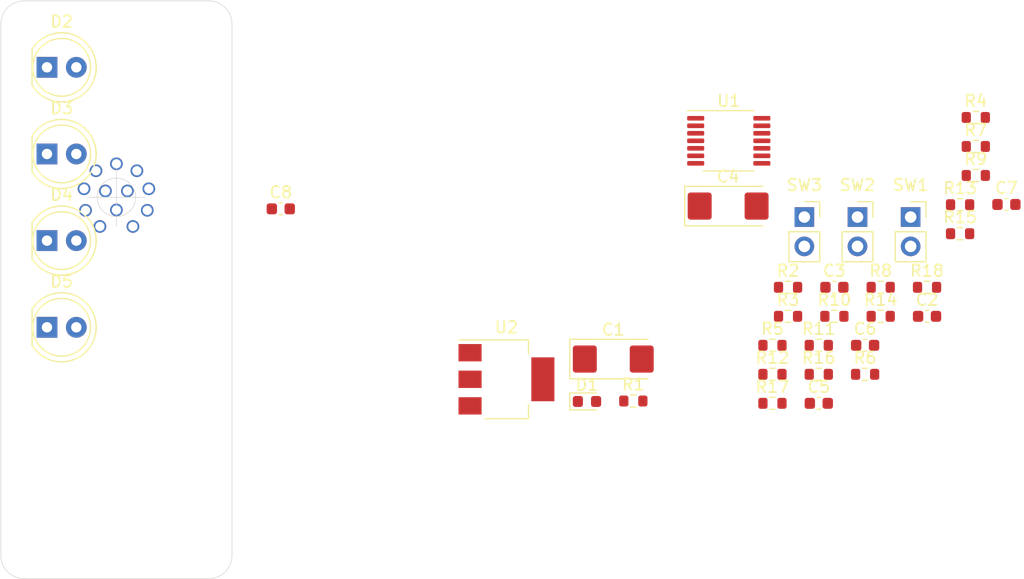
<source format=kicad_pcb>
(kicad_pcb (version 20171130) (host pcbnew "(5.1.12-1-10_14)")

  (general
    (thickness 1.6002)
    (drawings 27)
    (tracks 0)
    (zones 0)
    (modules 37)
    (nets 30)
  )

  (page A4)
  (layers
    (0 Front signal)
    (31 Back signal)
    (32 B.Adhes user)
    (33 F.Adhes user)
    (34 B.Paste user)
    (35 F.Paste user)
    (36 B.SilkS user)
    (37 F.SilkS user)
    (38 B.Mask user)
    (39 F.Mask user)
    (40 Dwgs.User user)
    (41 Cmts.User user)
    (42 Eco1.User user)
    (43 Eco2.User user)
    (44 Edge.Cuts user)
    (45 Margin user)
    (46 B.CrtYd user)
    (47 F.CrtYd user)
    (48 B.Fab user)
    (49 F.Fab user)
  )

  (setup
    (last_trace_width 0.127)
    (user_trace_width 0.15)
    (user_trace_width 0.2)
    (user_trace_width 0.4)
    (user_trace_width 0.6)
    (trace_clearance 0.127)
    (zone_clearance 0.508)
    (zone_45_only no)
    (trace_min 0.127)
    (via_size 0.6)
    (via_drill 0.3)
    (via_min_size 0.6)
    (via_min_drill 0.3)
    (user_via 0.6 0.3)
    (user_via 0.9 0.4)
    (uvia_size 0.6858)
    (uvia_drill 0.3302)
    (uvias_allowed no)
    (uvia_min_size 0.2)
    (uvia_min_drill 0.1)
    (edge_width 0.05)
    (segment_width 0.2)
    (pcb_text_width 0.3)
    (pcb_text_size 1.5 1.5)
    (mod_edge_width 0.12)
    (mod_text_size 1 1)
    (mod_text_width 0.15)
    (pad_size 1.524 1.524)
    (pad_drill 0.762)
    (pad_to_mask_clearance 0)
    (solder_mask_min_width 0.12)
    (aux_axis_origin 80 60)
    (visible_elements FFFFFF7F)
    (pcbplotparams
      (layerselection 0x010fc_ffffffff)
      (usegerberextensions false)
      (usegerberattributes true)
      (usegerberadvancedattributes true)
      (creategerberjobfile true)
      (excludeedgelayer true)
      (linewidth 0.100000)
      (plotframeref false)
      (viasonmask false)
      (mode 1)
      (useauxorigin false)
      (hpglpennumber 1)
      (hpglpenspeed 20)
      (hpglpendiameter 15.000000)
      (psnegative false)
      (psa4output false)
      (plotreference true)
      (plotvalue true)
      (plotinvisibletext false)
      (padsonsilk false)
      (subtractmaskfromsilk false)
      (outputformat 1)
      (mirror false)
      (drillshape 1)
      (scaleselection 1)
      (outputdirectory ""))
  )

  (net 0 "")
  (net 1 GND)
  (net 2 "Net-(C1-Pad1)")
  (net 3 BTN_TS)
  (net 4 +5V)
  (net 5 BTN_R2D)
  (net 6 CLK)
  (net 7 +12V)
  (net 8 "Net-(D2-Pad2)")
  (net 9 "Net-(D3-Pad2)")
  (net 10 "Net-(D4-Pad2)")
  (net 11 "Net-(D5-Pad1)")
  (net 12 ASB_LED)
  (net 13 AMS_LED)
  (net 14 TSOFF_LED)
  (net 15 "Net-(J1-Pad2)")
  (net 16 "Net-(J1-Pad1)")
  (net 17 SDC_IN)
  (net 18 SDC_OUT)
  (net 19 IDM_LED)
  (net 20 "Net-(R1-Pad2)")
  (net 21 "Net-(R2-Pad1)")
  (net 22 "Net-(R5-Pad2)")
  (net 23 "Net-(R6-Pad2)")
  (net 24 "Net-(R8-Pad1)")
  (net 25 "Net-(R10-Pad2)")
  (net 26 "Net-(R11-Pad1)")
  (net 27 "Net-(R15-Pad2)")
  (net 28 "Net-(R16-Pad1)")
  (net 29 "Net-(R18-Pad2)")

  (net_class Default "This is the default net class."
    (clearance 0.127)
    (trace_width 0.127)
    (via_dia 0.6)
    (via_drill 0.3)
    (uvia_dia 0.6858)
    (uvia_drill 0.3302)
    (diff_pair_width 0.1524)
    (diff_pair_gap 0.254)
    (add_net +12V)
    (add_net +5V)
    (add_net AMS_LED)
    (add_net ASB_LED)
    (add_net BTN_R2D)
    (add_net BTN_TS)
    (add_net CLK)
    (add_net GND)
    (add_net IDM_LED)
    (add_net "Net-(C1-Pad1)")
    (add_net "Net-(D2-Pad2)")
    (add_net "Net-(D3-Pad2)")
    (add_net "Net-(D4-Pad2)")
    (add_net "Net-(D5-Pad1)")
    (add_net "Net-(J1-Pad1)")
    (add_net "Net-(J1-Pad2)")
    (add_net "Net-(R1-Pad2)")
    (add_net "Net-(R10-Pad2)")
    (add_net "Net-(R11-Pad1)")
    (add_net "Net-(R15-Pad2)")
    (add_net "Net-(R16-Pad1)")
    (add_net "Net-(R18-Pad2)")
    (add_net "Net-(R2-Pad1)")
    (add_net "Net-(R5-Pad2)")
    (add_net "Net-(R6-Pad2)")
    (add_net "Net-(R8-Pad1)")
    (add_net SDC_IN)
    (add_net SDC_OUT)
    (add_net TSOFF_LED)
  )

  (module Binder:Binder_M12-A_12P_Female_NoSilk (layer Back) (tedit 61C3AACE) (tstamp 61C3DC12)
    (at 90 77)
    (path /61D01013)
    (fp_text reference J1 (at 0 10.045) (layer B.SilkS) hide
      (effects (font (size 1 1) (thickness 0.15)) (justify mirror))
    )
    (fp_text value Conn_01x12_Male (at 0 -10.045) (layer B.Fab) hide
      (effects (font (size 1 1) (thickness 0.15)) (justify mirror))
    )
    (fp_arc (start 0 3.7) (end -0.6 3.7) (angle 180) (layer B.Fab) (width 0.12))
    (fp_line (start -0.6 3.7) (end -0.6 4.1) (layer B.Fab) (width 0.12))
    (fp_line (start 0.6 3.7) (end 0.6 4.1) (layer B.Fab) (width 0.12))
    (fp_circle (center 0 0.1) (end 0 4.2) (layer B.Fab) (width 0.12))
    (fp_circle (center 0 0) (end 0 -9.37) (layer B.CrtYd) (width 0.05))
    (fp_circle (center 0 0) (end 9 0) (layer Dwgs.User) (width 0.1))
    (pad 9 thru_hole circle (at -2.672 1.127) (size 1.1 1.1) (drill 0.8) (layers *.Cu *.Mask)
      (net 12 ASB_LED))
    (pad 8 thru_hole circle (at -2.804 -0.738) (size 1.1 1.1) (drill 0.8) (layers *.Cu *.Mask)
      (net 13 AMS_LED))
    (pad 7 thru_hole circle (at -1.77 -2.297) (size 1.1 1.1) (drill 0.8) (layers *.Cu *.Mask)
      (net 14 TSOFF_LED))
    (pad 6 thru_hole circle (at 0 -2.9) (size 1.1 1.1) (drill 0.8) (layers *.Cu *.Mask)
      (net 3 BTN_TS))
    (pad 5 thru_hole circle (at 1.77 -2.297) (size 1.1 1.1) (drill 0.8) (layers *.Cu *.Mask)
      (net 5 BTN_R2D))
    (pad 4 thru_hole circle (at 2.804 -0.738) (size 1.1 1.1) (drill 0.8) (layers *.Cu *.Mask)
      (net 7 +12V))
    (pad 3 thru_hole circle (at 2.672 1.127) (size 1.1 1.1) (drill 0.8) (layers *.Cu *.Mask)
      (net 1 GND))
    (pad 2 thru_hole circle (at 1.428 2.524) (size 1.1 1.1) (drill 0.8) (layers *.Cu *.Mask)
      (net 15 "Net-(J1-Pad2)"))
    (pad 1 thru_hole circle (at -1.428 2.524) (size 1.1 1.1) (drill 0.8) (layers *.Cu *.Mask)
      (net 16 "Net-(J1-Pad1)"))
    (pad 12 thru_hole circle (at -0.952627 -0.55) (size 1.1 1.1) (drill 0.8) (layers *.Cu *.Mask)
      (net 17 SDC_IN))
    (pad 11 thru_hole circle (at 0.952627 -0.549999) (size 1.1 1.1) (drill 0.8) (layers *.Cu *.Mask)
      (net 18 SDC_OUT))
    (pad 10 thru_hole circle (at 0 1.1) (size 1.1 1.1) (drill 0.8) (layers *.Cu *.Mask)
      (net 19 IDM_LED))
    (model ${KIPRJMOD}/Binder.3dshapes/Binder_SACC-DSI-M12MS-12CON-M16.stp
      (offset (xyz 12.7 0 -2.45))
      (scale (xyz 1 1 1))
      (rotate (xyz 0 -180 -45))
    )
  )

  (module Capacitor_SMD:C_0603_1608Metric (layer Front) (tedit 5F68FEEE) (tstamp 61C3E532)
    (at 104.225 78)
    (descr "Capacitor SMD 0603 (1608 Metric), square (rectangular) end terminal, IPC_7351 nominal, (Body size source: IPC-SM-782 page 76, https://www.pcb-3d.com/wordpress/wp-content/uploads/ipc-sm-782a_amendment_1_and_2.pdf), generated with kicad-footprint-generator")
    (tags capacitor)
    (path /61C80A98)
    (attr smd)
    (fp_text reference C8 (at 0 -1.43) (layer F.SilkS)
      (effects (font (size 1 1) (thickness 0.15)))
    )
    (fp_text value 100n (at 0 1.43) (layer F.Fab)
      (effects (font (size 1 1) (thickness 0.15)))
    )
    (fp_line (start 1.48 0.73) (end -1.48 0.73) (layer F.CrtYd) (width 0.05))
    (fp_line (start 1.48 -0.73) (end 1.48 0.73) (layer F.CrtYd) (width 0.05))
    (fp_line (start -1.48 -0.73) (end 1.48 -0.73) (layer F.CrtYd) (width 0.05))
    (fp_line (start -1.48 0.73) (end -1.48 -0.73) (layer F.CrtYd) (width 0.05))
    (fp_line (start -0.14058 0.51) (end 0.14058 0.51) (layer F.SilkS) (width 0.12))
    (fp_line (start -0.14058 -0.51) (end 0.14058 -0.51) (layer F.SilkS) (width 0.12))
    (fp_line (start 0.8 0.4) (end -0.8 0.4) (layer F.Fab) (width 0.1))
    (fp_line (start 0.8 -0.4) (end 0.8 0.4) (layer F.Fab) (width 0.1))
    (fp_line (start -0.8 -0.4) (end 0.8 -0.4) (layer F.Fab) (width 0.1))
    (fp_line (start -0.8 0.4) (end -0.8 -0.4) (layer F.Fab) (width 0.1))
    (fp_text user %R (at 0 0) (layer F.Fab)
      (effects (font (size 0.4 0.4) (thickness 0.06)))
    )
    (pad 2 smd roundrect (at 0.775 0) (size 0.9 0.95) (layers Front F.Paste F.Mask) (roundrect_rratio 0.25)
      (net 1 GND))
    (pad 1 smd roundrect (at -0.775 0) (size 0.9 0.95) (layers Front F.Paste F.Mask) (roundrect_rratio 0.25)
      (net 2 "Net-(C1-Pad1)"))
    (model ${KISYS3DMOD}/Capacitor_SMD.3dshapes/C_0603_1608Metric.wrl
      (at (xyz 0 0 0))
      (scale (xyz 1 1 1))
      (rotate (xyz 0 0 0))
    )
  )

  (module Package_TO_SOT_SMD:SOT-223-3_TabPin2 (layer Front) (tedit 5A02FF57) (tstamp 61C3A75B)
    (at 123.755 92.75)
    (descr "module CMS SOT223 4 pins")
    (tags "CMS SOT")
    (path /61E7CB2D)
    (attr smd)
    (fp_text reference U2 (at 0 -4.5) (layer F.SilkS)
      (effects (font (size 1 1) (thickness 0.15)))
    )
    (fp_text value AMS1117-5.0 (at 0 4.5) (layer F.Fab)
      (effects (font (size 1 1) (thickness 0.15)))
    )
    (fp_line (start 1.85 -3.35) (end 1.85 3.35) (layer F.Fab) (width 0.1))
    (fp_line (start -1.85 3.35) (end 1.85 3.35) (layer F.Fab) (width 0.1))
    (fp_line (start -4.1 -3.41) (end 1.91 -3.41) (layer F.SilkS) (width 0.12))
    (fp_line (start -0.85 -3.35) (end 1.85 -3.35) (layer F.Fab) (width 0.1))
    (fp_line (start -1.85 3.41) (end 1.91 3.41) (layer F.SilkS) (width 0.12))
    (fp_line (start -1.85 -2.35) (end -1.85 3.35) (layer F.Fab) (width 0.1))
    (fp_line (start -1.85 -2.35) (end -0.85 -3.35) (layer F.Fab) (width 0.1))
    (fp_line (start -4.4 -3.6) (end -4.4 3.6) (layer F.CrtYd) (width 0.05))
    (fp_line (start -4.4 3.6) (end 4.4 3.6) (layer F.CrtYd) (width 0.05))
    (fp_line (start 4.4 3.6) (end 4.4 -3.6) (layer F.CrtYd) (width 0.05))
    (fp_line (start 4.4 -3.6) (end -4.4 -3.6) (layer F.CrtYd) (width 0.05))
    (fp_line (start 1.91 -3.41) (end 1.91 -2.15) (layer F.SilkS) (width 0.12))
    (fp_line (start 1.91 3.41) (end 1.91 2.15) (layer F.SilkS) (width 0.12))
    (fp_text user %R (at 0 0 90) (layer F.Fab)
      (effects (font (size 0.8 0.8) (thickness 0.12)))
    )
    (pad 1 smd rect (at -3.15 -2.3) (size 2 1.5) (layers Front F.Paste F.Mask)
      (net 1 GND))
    (pad 3 smd rect (at -3.15 2.3) (size 2 1.5) (layers Front F.Paste F.Mask)
      (net 2 "Net-(C1-Pad1)"))
    (pad 2 smd rect (at -3.15 0) (size 2 1.5) (layers Front F.Paste F.Mask)
      (net 4 +5V))
    (pad 2 smd rect (at 3.15 0) (size 2 3.8) (layers Front F.Paste F.Mask)
      (net 4 +5V))
    (model ${KISYS3DMOD}/Package_TO_SOT_SMD.3dshapes/SOT-223.wrl
      (at (xyz 0 0 0))
      (scale (xyz 1 1 1))
      (rotate (xyz 0 0 0))
    )
  )

  (module Package_SO:TSSOP-14_4.4x5mm_P0.65mm (layer Front) (tedit 5E476F32) (tstamp 61C3DE1E)
    (at 142.995 72.11)
    (descr "TSSOP, 14 Pin (JEDEC MO-153 Var AB-1 https://www.jedec.org/document_search?search_api_views_fulltext=MO-153), generated with kicad-footprint-generator ipc_gullwing_generator.py")
    (tags "TSSOP SO")
    (path /62036668)
    (attr smd)
    (fp_text reference U1 (at 0 -3.45) (layer F.SilkS)
      (effects (font (size 1 1) (thickness 0.15)))
    )
    (fp_text value 7400 (at 0 3.45) (layer F.Fab)
      (effects (font (size 1 1) (thickness 0.15)))
    )
    (fp_line (start 3.85 -2.75) (end -3.85 -2.75) (layer F.CrtYd) (width 0.05))
    (fp_line (start 3.85 2.75) (end 3.85 -2.75) (layer F.CrtYd) (width 0.05))
    (fp_line (start -3.85 2.75) (end 3.85 2.75) (layer F.CrtYd) (width 0.05))
    (fp_line (start -3.85 -2.75) (end -3.85 2.75) (layer F.CrtYd) (width 0.05))
    (fp_line (start -2.2 -1.5) (end -1.2 -2.5) (layer F.Fab) (width 0.1))
    (fp_line (start -2.2 2.5) (end -2.2 -1.5) (layer F.Fab) (width 0.1))
    (fp_line (start 2.2 2.5) (end -2.2 2.5) (layer F.Fab) (width 0.1))
    (fp_line (start 2.2 -2.5) (end 2.2 2.5) (layer F.Fab) (width 0.1))
    (fp_line (start -1.2 -2.5) (end 2.2 -2.5) (layer F.Fab) (width 0.1))
    (fp_line (start 0 -2.61) (end -3.6 -2.61) (layer F.SilkS) (width 0.12))
    (fp_line (start 0 -2.61) (end 2.2 -2.61) (layer F.SilkS) (width 0.12))
    (fp_line (start 0 2.61) (end -2.2 2.61) (layer F.SilkS) (width 0.12))
    (fp_line (start 0 2.61) (end 2.2 2.61) (layer F.SilkS) (width 0.12))
    (fp_text user %R (at 0 0) (layer F.Fab)
      (effects (font (size 1 1) (thickness 0.15)))
    )
    (pad 14 smd roundrect (at 2.8625 -1.95) (size 1.475 0.4) (layers Front F.Paste F.Mask) (roundrect_rratio 0.25)
      (net 4 +5V))
    (pad 13 smd roundrect (at 2.8625 -1.3) (size 1.475 0.4) (layers Front F.Paste F.Mask) (roundrect_rratio 0.25)
      (net 28 "Net-(R16-Pad1)"))
    (pad 12 smd roundrect (at 2.8625 -0.65) (size 1.475 0.4) (layers Front F.Paste F.Mask) (roundrect_rratio 0.25)
      (net 28 "Net-(R16-Pad1)"))
    (pad 11 smd roundrect (at 2.8625 0) (size 1.475 0.4) (layers Front F.Paste F.Mask) (roundrect_rratio 0.25)
      (net 29 "Net-(R18-Pad2)"))
    (pad 10 smd roundrect (at 2.8625 0.65) (size 1.475 0.4) (layers Front F.Paste F.Mask) (roundrect_rratio 0.25)
      (net 6 CLK))
    (pad 9 smd roundrect (at 2.8625 1.3) (size 1.475 0.4) (layers Front F.Paste F.Mask) (roundrect_rratio 0.25)
      (net 26 "Net-(R11-Pad1)"))
    (pad 8 smd roundrect (at 2.8625 1.95) (size 1.475 0.4) (layers Front F.Paste F.Mask) (roundrect_rratio 0.25)
      (net 27 "Net-(R15-Pad2)"))
    (pad 7 smd roundrect (at -2.8625 1.95) (size 1.475 0.4) (layers Front F.Paste F.Mask) (roundrect_rratio 0.25)
      (net 1 GND))
    (pad 6 smd roundrect (at -2.8625 1.3) (size 1.475 0.4) (layers Front F.Paste F.Mask) (roundrect_rratio 0.25)
      (net 25 "Net-(R10-Pad2)"))
    (pad 5 smd roundrect (at -2.8625 0.65) (size 1.475 0.4) (layers Front F.Paste F.Mask) (roundrect_rratio 0.25)
      (net 24 "Net-(R8-Pad1)"))
    (pad 4 smd roundrect (at -2.8625 0) (size 1.475 0.4) (layers Front F.Paste F.Mask) (roundrect_rratio 0.25)
      (net 6 CLK))
    (pad 3 smd roundrect (at -2.8625 -0.65) (size 1.475 0.4) (layers Front F.Paste F.Mask) (roundrect_rratio 0.25)
      (net 22 "Net-(R5-Pad2)"))
    (pad 2 smd roundrect (at -2.8625 -1.3) (size 1.475 0.4) (layers Front F.Paste F.Mask) (roundrect_rratio 0.25)
      (net 21 "Net-(R2-Pad1)"))
    (pad 1 smd roundrect (at -2.8625 -1.95) (size 1.475 0.4) (layers Front F.Paste F.Mask) (roundrect_rratio 0.25)
      (net 6 CLK))
    (model ${KISYS3DMOD}/Package_SO.3dshapes/TSSOP-14_4.4x5mm_P0.65mm.wrl
      (at (xyz 0 0 0))
      (scale (xyz 1 1 1))
      (rotate (xyz 0 0 0))
    )
  )

  (module Connector_PinSocket_2.54mm:PinSocket_1x02_P2.54mm_Vertical (layer Front) (tedit 5A19A420) (tstamp 61C3A725)
    (at 149.535 78.71)
    (descr "Through hole straight socket strip, 1x02, 2.54mm pitch, single row (from Kicad 4.0.7), script generated")
    (tags "Through hole socket strip THT 1x02 2.54mm single row")
    (path /61CDA6ED)
    (fp_text reference SW3 (at 0 -2.77) (layer F.SilkS)
      (effects (font (size 1 1) (thickness 0.15)))
    )
    (fp_text value SW_Push_Open (at 0 5.31) (layer F.Fab)
      (effects (font (size 1 1) (thickness 0.15)))
    )
    (fp_line (start -1.8 4.3) (end -1.8 -1.8) (layer F.CrtYd) (width 0.05))
    (fp_line (start 1.75 4.3) (end -1.8 4.3) (layer F.CrtYd) (width 0.05))
    (fp_line (start 1.75 -1.8) (end 1.75 4.3) (layer F.CrtYd) (width 0.05))
    (fp_line (start -1.8 -1.8) (end 1.75 -1.8) (layer F.CrtYd) (width 0.05))
    (fp_line (start 0 -1.33) (end 1.33 -1.33) (layer F.SilkS) (width 0.12))
    (fp_line (start 1.33 -1.33) (end 1.33 0) (layer F.SilkS) (width 0.12))
    (fp_line (start 1.33 1.27) (end 1.33 3.87) (layer F.SilkS) (width 0.12))
    (fp_line (start -1.33 3.87) (end 1.33 3.87) (layer F.SilkS) (width 0.12))
    (fp_line (start -1.33 1.27) (end -1.33 3.87) (layer F.SilkS) (width 0.12))
    (fp_line (start -1.33 1.27) (end 1.33 1.27) (layer F.SilkS) (width 0.12))
    (fp_line (start -1.27 3.81) (end -1.27 -1.27) (layer F.Fab) (width 0.1))
    (fp_line (start 1.27 3.81) (end -1.27 3.81) (layer F.Fab) (width 0.1))
    (fp_line (start 1.27 -0.635) (end 1.27 3.81) (layer F.Fab) (width 0.1))
    (fp_line (start 0.635 -1.27) (end 1.27 -0.635) (layer F.Fab) (width 0.1))
    (fp_line (start -1.27 -1.27) (end 0.635 -1.27) (layer F.Fab) (width 0.1))
    (fp_text user %R (at 0 1.27 90) (layer F.Fab)
      (effects (font (size 1 1) (thickness 0.15)))
    )
    (pad 2 thru_hole oval (at 0 2.54) (size 1.7 1.7) (drill 1) (layers *.Cu *.Mask)
      (net 18 SDC_OUT))
    (pad 1 thru_hole rect (at 0 0) (size 1.7 1.7) (drill 1) (layers *.Cu *.Mask)
      (net 17 SDC_IN))
    (model ${KISYS3DMOD}/Connector_PinSocket_2.54mm.3dshapes/PinSocket_1x02_P2.54mm_Vertical.wrl
      (at (xyz 0 0 0))
      (scale (xyz 1 1 1))
      (rotate (xyz 0 0 0))
    )
  )

  (module Connector_PinSocket_2.54mm:PinSocket_1x02_P2.54mm_Vertical (layer Front) (tedit 5A19A420) (tstamp 61C3A70F)
    (at 154.135 78.71)
    (descr "Through hole straight socket strip, 1x02, 2.54mm pitch, single row (from Kicad 4.0.7), script generated")
    (tags "Through hole socket strip THT 1x02 2.54mm single row")
    (path /61CD079D)
    (fp_text reference SW2 (at 0 -2.77) (layer F.SilkS)
      (effects (font (size 1 1) (thickness 0.15)))
    )
    (fp_text value SW_Push (at 0 5.31) (layer F.Fab)
      (effects (font (size 1 1) (thickness 0.15)))
    )
    (fp_line (start -1.8 4.3) (end -1.8 -1.8) (layer F.CrtYd) (width 0.05))
    (fp_line (start 1.75 4.3) (end -1.8 4.3) (layer F.CrtYd) (width 0.05))
    (fp_line (start 1.75 -1.8) (end 1.75 4.3) (layer F.CrtYd) (width 0.05))
    (fp_line (start -1.8 -1.8) (end 1.75 -1.8) (layer F.CrtYd) (width 0.05))
    (fp_line (start 0 -1.33) (end 1.33 -1.33) (layer F.SilkS) (width 0.12))
    (fp_line (start 1.33 -1.33) (end 1.33 0) (layer F.SilkS) (width 0.12))
    (fp_line (start 1.33 1.27) (end 1.33 3.87) (layer F.SilkS) (width 0.12))
    (fp_line (start -1.33 3.87) (end 1.33 3.87) (layer F.SilkS) (width 0.12))
    (fp_line (start -1.33 1.27) (end -1.33 3.87) (layer F.SilkS) (width 0.12))
    (fp_line (start -1.33 1.27) (end 1.33 1.27) (layer F.SilkS) (width 0.12))
    (fp_line (start -1.27 3.81) (end -1.27 -1.27) (layer F.Fab) (width 0.1))
    (fp_line (start 1.27 3.81) (end -1.27 3.81) (layer F.Fab) (width 0.1))
    (fp_line (start 1.27 -0.635) (end 1.27 3.81) (layer F.Fab) (width 0.1))
    (fp_line (start 0.635 -1.27) (end 1.27 -0.635) (layer F.Fab) (width 0.1))
    (fp_line (start -1.27 -1.27) (end 0.635 -1.27) (layer F.Fab) (width 0.1))
    (fp_text user %R (at 0 1.27 90) (layer F.Fab)
      (effects (font (size 1 1) (thickness 0.15)))
    )
    (pad 2 thru_hole oval (at 0 2.54) (size 1.7 1.7) (drill 1) (layers *.Cu *.Mask)
      (net 23 "Net-(R6-Pad2)"))
    (pad 1 thru_hole rect (at 0 0) (size 1.7 1.7) (drill 1) (layers *.Cu *.Mask)
      (net 1 GND))
    (model ${KISYS3DMOD}/Connector_PinSocket_2.54mm.3dshapes/PinSocket_1x02_P2.54mm_Vertical.wrl
      (at (xyz 0 0 0))
      (scale (xyz 1 1 1))
      (rotate (xyz 0 0 0))
    )
  )

  (module Connector_PinSocket_2.54mm:PinSocket_1x02_P2.54mm_Vertical (layer Front) (tedit 5A19A420) (tstamp 61C3A6F9)
    (at 158.735 78.71)
    (descr "Through hole straight socket strip, 1x02, 2.54mm pitch, single row (from Kicad 4.0.7), script generated")
    (tags "Through hole socket strip THT 1x02 2.54mm single row")
    (path /61CC6C98)
    (fp_text reference SW1 (at 0 -2.77) (layer F.SilkS)
      (effects (font (size 1 1) (thickness 0.15)))
    )
    (fp_text value SW_Push (at 0 5.31) (layer F.Fab)
      (effects (font (size 1 1) (thickness 0.15)))
    )
    (fp_line (start -1.8 4.3) (end -1.8 -1.8) (layer F.CrtYd) (width 0.05))
    (fp_line (start 1.75 4.3) (end -1.8 4.3) (layer F.CrtYd) (width 0.05))
    (fp_line (start 1.75 -1.8) (end 1.75 4.3) (layer F.CrtYd) (width 0.05))
    (fp_line (start -1.8 -1.8) (end 1.75 -1.8) (layer F.CrtYd) (width 0.05))
    (fp_line (start 0 -1.33) (end 1.33 -1.33) (layer F.SilkS) (width 0.12))
    (fp_line (start 1.33 -1.33) (end 1.33 0) (layer F.SilkS) (width 0.12))
    (fp_line (start 1.33 1.27) (end 1.33 3.87) (layer F.SilkS) (width 0.12))
    (fp_line (start -1.33 3.87) (end 1.33 3.87) (layer F.SilkS) (width 0.12))
    (fp_line (start -1.33 1.27) (end -1.33 3.87) (layer F.SilkS) (width 0.12))
    (fp_line (start -1.33 1.27) (end 1.33 1.27) (layer F.SilkS) (width 0.12))
    (fp_line (start -1.27 3.81) (end -1.27 -1.27) (layer F.Fab) (width 0.1))
    (fp_line (start 1.27 3.81) (end -1.27 3.81) (layer F.Fab) (width 0.1))
    (fp_line (start 1.27 -0.635) (end 1.27 3.81) (layer F.Fab) (width 0.1))
    (fp_line (start 0.635 -1.27) (end 1.27 -0.635) (layer F.Fab) (width 0.1))
    (fp_line (start -1.27 -1.27) (end 0.635 -1.27) (layer F.Fab) (width 0.1))
    (fp_text user %R (at 0 1.27 90) (layer F.Fab)
      (effects (font (size 1 1) (thickness 0.15)))
    )
    (pad 2 thru_hole oval (at 0 2.54) (size 1.7 1.7) (drill 1) (layers *.Cu *.Mask)
      (net 20 "Net-(R1-Pad2)"))
    (pad 1 thru_hole rect (at 0 0) (size 1.7 1.7) (drill 1) (layers *.Cu *.Mask)
      (net 1 GND))
    (model ${KISYS3DMOD}/Connector_PinSocket_2.54mm.3dshapes/PinSocket_1x02_P2.54mm_Vertical.wrl
      (at (xyz 0 0 0))
      (scale (xyz 1 1 1))
      (rotate (xyz 0 0 0))
    )
  )

  (module Resistor_SMD:R_0603_1608Metric (layer Front) (tedit 5F68FEEE) (tstamp 61C3A6E3)
    (at 160.155 84.79)
    (descr "Resistor SMD 0603 (1608 Metric), square (rectangular) end terminal, IPC_7351 nominal, (Body size source: IPC-SM-782 page 72, https://www.pcb-3d.com/wordpress/wp-content/uploads/ipc-sm-782a_amendment_1_and_2.pdf), generated with kicad-footprint-generator")
    (tags resistor)
    (path /61DE2E7A)
    (attr smd)
    (fp_text reference R18 (at 0 -1.43) (layer F.SilkS)
      (effects (font (size 1 1) (thickness 0.15)))
    )
    (fp_text value 200 (at 0 1.43) (layer F.Fab)
      (effects (font (size 1 1) (thickness 0.15)))
    )
    (fp_line (start 1.48 0.73) (end -1.48 0.73) (layer F.CrtYd) (width 0.05))
    (fp_line (start 1.48 -0.73) (end 1.48 0.73) (layer F.CrtYd) (width 0.05))
    (fp_line (start -1.48 -0.73) (end 1.48 -0.73) (layer F.CrtYd) (width 0.05))
    (fp_line (start -1.48 0.73) (end -1.48 -0.73) (layer F.CrtYd) (width 0.05))
    (fp_line (start -0.237258 0.5225) (end 0.237258 0.5225) (layer F.SilkS) (width 0.12))
    (fp_line (start -0.237258 -0.5225) (end 0.237258 -0.5225) (layer F.SilkS) (width 0.12))
    (fp_line (start 0.8 0.4125) (end -0.8 0.4125) (layer F.Fab) (width 0.1))
    (fp_line (start 0.8 -0.4125) (end 0.8 0.4125) (layer F.Fab) (width 0.1))
    (fp_line (start -0.8 -0.4125) (end 0.8 -0.4125) (layer F.Fab) (width 0.1))
    (fp_line (start -0.8 0.4125) (end -0.8 -0.4125) (layer F.Fab) (width 0.1))
    (fp_text user %R (at 0 0) (layer F.Fab)
      (effects (font (size 0.4 0.4) (thickness 0.06)))
    )
    (pad 2 smd roundrect (at 0.825 0) (size 0.8 0.95) (layers Front F.Paste F.Mask) (roundrect_rratio 0.25)
      (net 29 "Net-(R18-Pad2)"))
    (pad 1 smd roundrect (at -0.825 0) (size 0.8 0.95) (layers Front F.Paste F.Mask) (roundrect_rratio 0.25)
      (net 11 "Net-(D5-Pad1)"))
    (model ${KISYS3DMOD}/Resistor_SMD.3dshapes/R_0603_1608Metric.wrl
      (at (xyz 0 0 0))
      (scale (xyz 1 1 1))
      (rotate (xyz 0 0 0))
    )
  )

  (module Resistor_SMD:R_0603_1608Metric (layer Front) (tedit 5F68FEEE) (tstamp 61C3A6D2)
    (at 146.775 94.83)
    (descr "Resistor SMD 0603 (1608 Metric), square (rectangular) end terminal, IPC_7351 nominal, (Body size source: IPC-SM-782 page 72, https://www.pcb-3d.com/wordpress/wp-content/uploads/ipc-sm-782a_amendment_1_and_2.pdf), generated with kicad-footprint-generator")
    (tags resistor)
    (path /61DE2E6C)
    (attr smd)
    (fp_text reference R17 (at 0 -1.43) (layer F.SilkS)
      (effects (font (size 1 1) (thickness 0.15)))
    )
    (fp_text value 10k (at 0 1.43) (layer F.Fab)
      (effects (font (size 1 1) (thickness 0.15)))
    )
    (fp_line (start 1.48 0.73) (end -1.48 0.73) (layer F.CrtYd) (width 0.05))
    (fp_line (start 1.48 -0.73) (end 1.48 0.73) (layer F.CrtYd) (width 0.05))
    (fp_line (start -1.48 -0.73) (end 1.48 -0.73) (layer F.CrtYd) (width 0.05))
    (fp_line (start -1.48 0.73) (end -1.48 -0.73) (layer F.CrtYd) (width 0.05))
    (fp_line (start -0.237258 0.5225) (end 0.237258 0.5225) (layer F.SilkS) (width 0.12))
    (fp_line (start -0.237258 -0.5225) (end 0.237258 -0.5225) (layer F.SilkS) (width 0.12))
    (fp_line (start 0.8 0.4125) (end -0.8 0.4125) (layer F.Fab) (width 0.1))
    (fp_line (start 0.8 -0.4125) (end 0.8 0.4125) (layer F.Fab) (width 0.1))
    (fp_line (start -0.8 -0.4125) (end 0.8 -0.4125) (layer F.Fab) (width 0.1))
    (fp_line (start -0.8 0.4125) (end -0.8 -0.4125) (layer F.Fab) (width 0.1))
    (fp_text user %R (at 0 0) (layer F.Fab)
      (effects (font (size 0.4 0.4) (thickness 0.06)))
    )
    (pad 2 smd roundrect (at 0.825 0) (size 0.8 0.95) (layers Front F.Paste F.Mask) (roundrect_rratio 0.25)
      (net 1 GND))
    (pad 1 smd roundrect (at -0.825 0) (size 0.8 0.95) (layers Front F.Paste F.Mask) (roundrect_rratio 0.25)
      (net 28 "Net-(R16-Pad1)"))
    (model ${KISYS3DMOD}/Resistor_SMD.3dshapes/R_0603_1608Metric.wrl
      (at (xyz 0 0 0))
      (scale (xyz 1 1 1))
      (rotate (xyz 0 0 0))
    )
  )

  (module Resistor_SMD:R_0603_1608Metric (layer Front) (tedit 5F68FEEE) (tstamp 61C3A6C1)
    (at 150.785 92.32)
    (descr "Resistor SMD 0603 (1608 Metric), square (rectangular) end terminal, IPC_7351 nominal, (Body size source: IPC-SM-782 page 72, https://www.pcb-3d.com/wordpress/wp-content/uploads/ipc-sm-782a_amendment_1_and_2.pdf), generated with kicad-footprint-generator")
    (tags resistor)
    (path /6214FD71)
    (attr smd)
    (fp_text reference R16 (at 0 -1.43) (layer F.SilkS)
      (effects (font (size 1 1) (thickness 0.15)))
    )
    (fp_text value 100 (at 0 1.43) (layer F.Fab)
      (effects (font (size 1 1) (thickness 0.15)))
    )
    (fp_line (start 1.48 0.73) (end -1.48 0.73) (layer F.CrtYd) (width 0.05))
    (fp_line (start 1.48 -0.73) (end 1.48 0.73) (layer F.CrtYd) (width 0.05))
    (fp_line (start -1.48 -0.73) (end 1.48 -0.73) (layer F.CrtYd) (width 0.05))
    (fp_line (start -1.48 0.73) (end -1.48 -0.73) (layer F.CrtYd) (width 0.05))
    (fp_line (start -0.237258 0.5225) (end 0.237258 0.5225) (layer F.SilkS) (width 0.12))
    (fp_line (start -0.237258 -0.5225) (end 0.237258 -0.5225) (layer F.SilkS) (width 0.12))
    (fp_line (start 0.8 0.4125) (end -0.8 0.4125) (layer F.Fab) (width 0.1))
    (fp_line (start 0.8 -0.4125) (end 0.8 0.4125) (layer F.Fab) (width 0.1))
    (fp_line (start -0.8 -0.4125) (end 0.8 -0.4125) (layer F.Fab) (width 0.1))
    (fp_line (start -0.8 0.4125) (end -0.8 -0.4125) (layer F.Fab) (width 0.1))
    (fp_text user %R (at 0 0) (layer F.Fab)
      (effects (font (size 0.4 0.4) (thickness 0.06)))
    )
    (pad 2 smd roundrect (at 0.825 0) (size 0.8 0.95) (layers Front F.Paste F.Mask) (roundrect_rratio 0.25)
      (net 14 TSOFF_LED))
    (pad 1 smd roundrect (at -0.825 0) (size 0.8 0.95) (layers Front F.Paste F.Mask) (roundrect_rratio 0.25)
      (net 28 "Net-(R16-Pad1)"))
    (model ${KISYS3DMOD}/Resistor_SMD.3dshapes/R_0603_1608Metric.wrl
      (at (xyz 0 0 0))
      (scale (xyz 1 1 1))
      (rotate (xyz 0 0 0))
    )
  )

  (module Resistor_SMD:R_0603_1608Metric (layer Front) (tedit 5F68FEEE) (tstamp 61C3A6B0)
    (at 163.015 80.15)
    (descr "Resistor SMD 0603 (1608 Metric), square (rectangular) end terminal, IPC_7351 nominal, (Body size source: IPC-SM-782 page 72, https://www.pcb-3d.com/wordpress/wp-content/uploads/ipc-sm-782a_amendment_1_and_2.pdf), generated with kicad-footprint-generator")
    (tags resistor)
    (path /61DD9608)
    (attr smd)
    (fp_text reference R15 (at 0 -1.43) (layer F.SilkS)
      (effects (font (size 1 1) (thickness 0.15)))
    )
    (fp_text value 200 (at 0 1.43) (layer F.Fab)
      (effects (font (size 1 1) (thickness 0.15)))
    )
    (fp_line (start 1.48 0.73) (end -1.48 0.73) (layer F.CrtYd) (width 0.05))
    (fp_line (start 1.48 -0.73) (end 1.48 0.73) (layer F.CrtYd) (width 0.05))
    (fp_line (start -1.48 -0.73) (end 1.48 -0.73) (layer F.CrtYd) (width 0.05))
    (fp_line (start -1.48 0.73) (end -1.48 -0.73) (layer F.CrtYd) (width 0.05))
    (fp_line (start -0.237258 0.5225) (end 0.237258 0.5225) (layer F.SilkS) (width 0.12))
    (fp_line (start -0.237258 -0.5225) (end 0.237258 -0.5225) (layer F.SilkS) (width 0.12))
    (fp_line (start 0.8 0.4125) (end -0.8 0.4125) (layer F.Fab) (width 0.1))
    (fp_line (start 0.8 -0.4125) (end 0.8 0.4125) (layer F.Fab) (width 0.1))
    (fp_line (start -0.8 -0.4125) (end 0.8 -0.4125) (layer F.Fab) (width 0.1))
    (fp_line (start -0.8 0.4125) (end -0.8 -0.4125) (layer F.Fab) (width 0.1))
    (fp_text user %R (at 0 0) (layer F.Fab)
      (effects (font (size 0.4 0.4) (thickness 0.06)))
    )
    (pad 2 smd roundrect (at 0.825 0) (size 0.8 0.95) (layers Front F.Paste F.Mask) (roundrect_rratio 0.25)
      (net 27 "Net-(R15-Pad2)"))
    (pad 1 smd roundrect (at -0.825 0) (size 0.8 0.95) (layers Front F.Paste F.Mask) (roundrect_rratio 0.25)
      (net 10 "Net-(D4-Pad2)"))
    (model ${KISYS3DMOD}/Resistor_SMD.3dshapes/R_0603_1608Metric.wrl
      (at (xyz 0 0 0))
      (scale (xyz 1 1 1))
      (rotate (xyz 0 0 0))
    )
  )

  (module Resistor_SMD:R_0603_1608Metric (layer Front) (tedit 5F68FEEE) (tstamp 61C3A69F)
    (at 156.145 87.3)
    (descr "Resistor SMD 0603 (1608 Metric), square (rectangular) end terminal, IPC_7351 nominal, (Body size source: IPC-SM-782 page 72, https://www.pcb-3d.com/wordpress/wp-content/uploads/ipc-sm-782a_amendment_1_and_2.pdf), generated with kicad-footprint-generator")
    (tags resistor)
    (path /61F87D7F)
    (attr smd)
    (fp_text reference R14 (at 0 -1.43) (layer F.SilkS)
      (effects (font (size 1 1) (thickness 0.15)))
    )
    (fp_text value 470k (at 0 1.43) (layer F.Fab)
      (effects (font (size 1 1) (thickness 0.15)))
    )
    (fp_line (start 1.48 0.73) (end -1.48 0.73) (layer F.CrtYd) (width 0.05))
    (fp_line (start 1.48 -0.73) (end 1.48 0.73) (layer F.CrtYd) (width 0.05))
    (fp_line (start -1.48 -0.73) (end 1.48 -0.73) (layer F.CrtYd) (width 0.05))
    (fp_line (start -1.48 0.73) (end -1.48 -0.73) (layer F.CrtYd) (width 0.05))
    (fp_line (start -0.237258 0.5225) (end 0.237258 0.5225) (layer F.SilkS) (width 0.12))
    (fp_line (start -0.237258 -0.5225) (end 0.237258 -0.5225) (layer F.SilkS) (width 0.12))
    (fp_line (start 0.8 0.4125) (end -0.8 0.4125) (layer F.Fab) (width 0.1))
    (fp_line (start 0.8 -0.4125) (end 0.8 0.4125) (layer F.Fab) (width 0.1))
    (fp_line (start -0.8 -0.4125) (end 0.8 -0.4125) (layer F.Fab) (width 0.1))
    (fp_line (start -0.8 0.4125) (end -0.8 -0.4125) (layer F.Fab) (width 0.1))
    (fp_text user %R (at 0 0) (layer F.Fab)
      (effects (font (size 0.4 0.4) (thickness 0.06)))
    )
    (pad 2 smd roundrect (at 0.825 0) (size 0.8 0.95) (layers Front F.Paste F.Mask) (roundrect_rratio 0.25)
      (net 1 GND))
    (pad 1 smd roundrect (at -0.825 0) (size 0.8 0.95) (layers Front F.Paste F.Mask) (roundrect_rratio 0.25)
      (net 6 CLK))
    (model ${KISYS3DMOD}/Resistor_SMD.3dshapes/R_0603_1608Metric.wrl
      (at (xyz 0 0 0))
      (scale (xyz 1 1 1))
      (rotate (xyz 0 0 0))
    )
  )

  (module Resistor_SMD:R_0603_1608Metric (layer Front) (tedit 5F68FEEE) (tstamp 61C3A68E)
    (at 163.015 77.64)
    (descr "Resistor SMD 0603 (1608 Metric), square (rectangular) end terminal, IPC_7351 nominal, (Body size source: IPC-SM-782 page 72, https://www.pcb-3d.com/wordpress/wp-content/uploads/ipc-sm-782a_amendment_1_and_2.pdf), generated with kicad-footprint-generator")
    (tags resistor)
    (path /61F87D79)
    (attr smd)
    (fp_text reference R13 (at 0 -1.43) (layer F.SilkS)
      (effects (font (size 1 1) (thickness 0.15)))
    )
    (fp_text value 47k (at 0 1.43) (layer F.Fab)
      (effects (font (size 1 1) (thickness 0.15)))
    )
    (fp_line (start 1.48 0.73) (end -1.48 0.73) (layer F.CrtYd) (width 0.05))
    (fp_line (start 1.48 -0.73) (end 1.48 0.73) (layer F.CrtYd) (width 0.05))
    (fp_line (start -1.48 -0.73) (end 1.48 -0.73) (layer F.CrtYd) (width 0.05))
    (fp_line (start -1.48 0.73) (end -1.48 -0.73) (layer F.CrtYd) (width 0.05))
    (fp_line (start -0.237258 0.5225) (end 0.237258 0.5225) (layer F.SilkS) (width 0.12))
    (fp_line (start -0.237258 -0.5225) (end 0.237258 -0.5225) (layer F.SilkS) (width 0.12))
    (fp_line (start 0.8 0.4125) (end -0.8 0.4125) (layer F.Fab) (width 0.1))
    (fp_line (start 0.8 -0.4125) (end 0.8 0.4125) (layer F.Fab) (width 0.1))
    (fp_line (start -0.8 -0.4125) (end 0.8 -0.4125) (layer F.Fab) (width 0.1))
    (fp_line (start -0.8 0.4125) (end -0.8 -0.4125) (layer F.Fab) (width 0.1))
    (fp_text user %R (at 0 0) (layer F.Fab)
      (effects (font (size 0.4 0.4) (thickness 0.06)))
    )
    (pad 2 smd roundrect (at 0.825 0) (size 0.8 0.95) (layers Front F.Paste F.Mask) (roundrect_rratio 0.25)
      (net 6 CLK))
    (pad 1 smd roundrect (at -0.825 0) (size 0.8 0.95) (layers Front F.Paste F.Mask) (roundrect_rratio 0.25)
      (net 4 +5V))
    (model ${KISYS3DMOD}/Resistor_SMD.3dshapes/R_0603_1608Metric.wrl
      (at (xyz 0 0 0))
      (scale (xyz 1 1 1))
      (rotate (xyz 0 0 0))
    )
  )

  (module Resistor_SMD:R_0603_1608Metric (layer Front) (tedit 5F68FEEE) (tstamp 61C3A67D)
    (at 146.775 92.32)
    (descr "Resistor SMD 0603 (1608 Metric), square (rectangular) end terminal, IPC_7351 nominal, (Body size source: IPC-SM-782 page 72, https://www.pcb-3d.com/wordpress/wp-content/uploads/ipc-sm-782a_amendment_1_and_2.pdf), generated with kicad-footprint-generator")
    (tags resistor)
    (path /61DD95FA)
    (attr smd)
    (fp_text reference R12 (at 0 -1.43) (layer F.SilkS)
      (effects (font (size 1 1) (thickness 0.15)))
    )
    (fp_text value 10k (at 0 1.43) (layer F.Fab)
      (effects (font (size 1 1) (thickness 0.15)))
    )
    (fp_line (start 1.48 0.73) (end -1.48 0.73) (layer F.CrtYd) (width 0.05))
    (fp_line (start 1.48 -0.73) (end 1.48 0.73) (layer F.CrtYd) (width 0.05))
    (fp_line (start -1.48 -0.73) (end 1.48 -0.73) (layer F.CrtYd) (width 0.05))
    (fp_line (start -1.48 0.73) (end -1.48 -0.73) (layer F.CrtYd) (width 0.05))
    (fp_line (start -0.237258 0.5225) (end 0.237258 0.5225) (layer F.SilkS) (width 0.12))
    (fp_line (start -0.237258 -0.5225) (end 0.237258 -0.5225) (layer F.SilkS) (width 0.12))
    (fp_line (start 0.8 0.4125) (end -0.8 0.4125) (layer F.Fab) (width 0.1))
    (fp_line (start 0.8 -0.4125) (end 0.8 0.4125) (layer F.Fab) (width 0.1))
    (fp_line (start -0.8 -0.4125) (end 0.8 -0.4125) (layer F.Fab) (width 0.1))
    (fp_line (start -0.8 0.4125) (end -0.8 -0.4125) (layer F.Fab) (width 0.1))
    (fp_text user %R (at 0 0) (layer F.Fab)
      (effects (font (size 0.4 0.4) (thickness 0.06)))
    )
    (pad 2 smd roundrect (at 0.825 0) (size 0.8 0.95) (layers Front F.Paste F.Mask) (roundrect_rratio 0.25)
      (net 1 GND))
    (pad 1 smd roundrect (at -0.825 0) (size 0.8 0.95) (layers Front F.Paste F.Mask) (roundrect_rratio 0.25)
      (net 26 "Net-(R11-Pad1)"))
    (model ${KISYS3DMOD}/Resistor_SMD.3dshapes/R_0603_1608Metric.wrl
      (at (xyz 0 0 0))
      (scale (xyz 1 1 1))
      (rotate (xyz 0 0 0))
    )
  )

  (module Resistor_SMD:R_0603_1608Metric (layer Front) (tedit 5F68FEEE) (tstamp 61C3A66C)
    (at 150.785 89.81)
    (descr "Resistor SMD 0603 (1608 Metric), square (rectangular) end terminal, IPC_7351 nominal, (Body size source: IPC-SM-782 page 72, https://www.pcb-3d.com/wordpress/wp-content/uploads/ipc-sm-782a_amendment_1_and_2.pdf), generated with kicad-footprint-generator")
    (tags resistor)
    (path /6214B9E3)
    (attr smd)
    (fp_text reference R11 (at 0 -1.43) (layer F.SilkS)
      (effects (font (size 1 1) (thickness 0.15)))
    )
    (fp_text value 100 (at 0 1.43) (layer F.Fab)
      (effects (font (size 1 1) (thickness 0.15)))
    )
    (fp_line (start 1.48 0.73) (end -1.48 0.73) (layer F.CrtYd) (width 0.05))
    (fp_line (start 1.48 -0.73) (end 1.48 0.73) (layer F.CrtYd) (width 0.05))
    (fp_line (start -1.48 -0.73) (end 1.48 -0.73) (layer F.CrtYd) (width 0.05))
    (fp_line (start -1.48 0.73) (end -1.48 -0.73) (layer F.CrtYd) (width 0.05))
    (fp_line (start -0.237258 0.5225) (end 0.237258 0.5225) (layer F.SilkS) (width 0.12))
    (fp_line (start -0.237258 -0.5225) (end 0.237258 -0.5225) (layer F.SilkS) (width 0.12))
    (fp_line (start 0.8 0.4125) (end -0.8 0.4125) (layer F.Fab) (width 0.1))
    (fp_line (start 0.8 -0.4125) (end 0.8 0.4125) (layer F.Fab) (width 0.1))
    (fp_line (start -0.8 -0.4125) (end 0.8 -0.4125) (layer F.Fab) (width 0.1))
    (fp_line (start -0.8 0.4125) (end -0.8 -0.4125) (layer F.Fab) (width 0.1))
    (fp_text user %R (at 0 0) (layer F.Fab)
      (effects (font (size 0.4 0.4) (thickness 0.06)))
    )
    (pad 2 smd roundrect (at 0.825 0) (size 0.8 0.95) (layers Front F.Paste F.Mask) (roundrect_rratio 0.25)
      (net 13 AMS_LED))
    (pad 1 smd roundrect (at -0.825 0) (size 0.8 0.95) (layers Front F.Paste F.Mask) (roundrect_rratio 0.25)
      (net 26 "Net-(R11-Pad1)"))
    (model ${KISYS3DMOD}/Resistor_SMD.3dshapes/R_0603_1608Metric.wrl
      (at (xyz 0 0 0))
      (scale (xyz 1 1 1))
      (rotate (xyz 0 0 0))
    )
  )

  (module Resistor_SMD:R_0603_1608Metric (layer Front) (tedit 5F68FEEE) (tstamp 61C3A65B)
    (at 152.135 87.3)
    (descr "Resistor SMD 0603 (1608 Metric), square (rectangular) end terminal, IPC_7351 nominal, (Body size source: IPC-SM-782 page 72, https://www.pcb-3d.com/wordpress/wp-content/uploads/ipc-sm-782a_amendment_1_and_2.pdf), generated with kicad-footprint-generator")
    (tags resistor)
    (path /61DD3B05)
    (attr smd)
    (fp_text reference R10 (at 0 -1.43) (layer F.SilkS)
      (effects (font (size 1 1) (thickness 0.15)))
    )
    (fp_text value 200 (at 0 1.43) (layer F.Fab)
      (effects (font (size 1 1) (thickness 0.15)))
    )
    (fp_line (start 1.48 0.73) (end -1.48 0.73) (layer F.CrtYd) (width 0.05))
    (fp_line (start 1.48 -0.73) (end 1.48 0.73) (layer F.CrtYd) (width 0.05))
    (fp_line (start -1.48 -0.73) (end 1.48 -0.73) (layer F.CrtYd) (width 0.05))
    (fp_line (start -1.48 0.73) (end -1.48 -0.73) (layer F.CrtYd) (width 0.05))
    (fp_line (start -0.237258 0.5225) (end 0.237258 0.5225) (layer F.SilkS) (width 0.12))
    (fp_line (start -0.237258 -0.5225) (end 0.237258 -0.5225) (layer F.SilkS) (width 0.12))
    (fp_line (start 0.8 0.4125) (end -0.8 0.4125) (layer F.Fab) (width 0.1))
    (fp_line (start 0.8 -0.4125) (end 0.8 0.4125) (layer F.Fab) (width 0.1))
    (fp_line (start -0.8 -0.4125) (end 0.8 -0.4125) (layer F.Fab) (width 0.1))
    (fp_line (start -0.8 0.4125) (end -0.8 -0.4125) (layer F.Fab) (width 0.1))
    (fp_text user %R (at 0 0) (layer F.Fab)
      (effects (font (size 0.4 0.4) (thickness 0.06)))
    )
    (pad 2 smd roundrect (at 0.825 0) (size 0.8 0.95) (layers Front F.Paste F.Mask) (roundrect_rratio 0.25)
      (net 25 "Net-(R10-Pad2)"))
    (pad 1 smd roundrect (at -0.825 0) (size 0.8 0.95) (layers Front F.Paste F.Mask) (roundrect_rratio 0.25)
      (net 9 "Net-(D3-Pad2)"))
    (model ${KISYS3DMOD}/Resistor_SMD.3dshapes/R_0603_1608Metric.wrl
      (at (xyz 0 0 0))
      (scale (xyz 1 1 1))
      (rotate (xyz 0 0 0))
    )
  )

  (module Resistor_SMD:R_0603_1608Metric (layer Front) (tedit 5F68FEEE) (tstamp 61C3A64A)
    (at 164.375 75.11)
    (descr "Resistor SMD 0603 (1608 Metric), square (rectangular) end terminal, IPC_7351 nominal, (Body size source: IPC-SM-782 page 72, https://www.pcb-3d.com/wordpress/wp-content/uploads/ipc-sm-782a_amendment_1_and_2.pdf), generated with kicad-footprint-generator")
    (tags resistor)
    (path /61DD3AF7)
    (attr smd)
    (fp_text reference R9 (at 0 -1.43) (layer F.SilkS)
      (effects (font (size 1 1) (thickness 0.15)))
    )
    (fp_text value 10k (at 0 1.43) (layer F.Fab)
      (effects (font (size 1 1) (thickness 0.15)))
    )
    (fp_line (start 1.48 0.73) (end -1.48 0.73) (layer F.CrtYd) (width 0.05))
    (fp_line (start 1.48 -0.73) (end 1.48 0.73) (layer F.CrtYd) (width 0.05))
    (fp_line (start -1.48 -0.73) (end 1.48 -0.73) (layer F.CrtYd) (width 0.05))
    (fp_line (start -1.48 0.73) (end -1.48 -0.73) (layer F.CrtYd) (width 0.05))
    (fp_line (start -0.237258 0.5225) (end 0.237258 0.5225) (layer F.SilkS) (width 0.12))
    (fp_line (start -0.237258 -0.5225) (end 0.237258 -0.5225) (layer F.SilkS) (width 0.12))
    (fp_line (start 0.8 0.4125) (end -0.8 0.4125) (layer F.Fab) (width 0.1))
    (fp_line (start 0.8 -0.4125) (end 0.8 0.4125) (layer F.Fab) (width 0.1))
    (fp_line (start -0.8 -0.4125) (end 0.8 -0.4125) (layer F.Fab) (width 0.1))
    (fp_line (start -0.8 0.4125) (end -0.8 -0.4125) (layer F.Fab) (width 0.1))
    (fp_text user %R (at 0 0) (layer F.Fab)
      (effects (font (size 0.4 0.4) (thickness 0.06)))
    )
    (pad 2 smd roundrect (at 0.825 0) (size 0.8 0.95) (layers Front F.Paste F.Mask) (roundrect_rratio 0.25)
      (net 1 GND))
    (pad 1 smd roundrect (at -0.825 0) (size 0.8 0.95) (layers Front F.Paste F.Mask) (roundrect_rratio 0.25)
      (net 24 "Net-(R8-Pad1)"))
    (model ${KISYS3DMOD}/Resistor_SMD.3dshapes/R_0603_1608Metric.wrl
      (at (xyz 0 0 0))
      (scale (xyz 1 1 1))
      (rotate (xyz 0 0 0))
    )
  )

  (module Resistor_SMD:R_0603_1608Metric (layer Front) (tedit 5F68FEEE) (tstamp 61C3A639)
    (at 156.145 84.79)
    (descr "Resistor SMD 0603 (1608 Metric), square (rectangular) end terminal, IPC_7351 nominal, (Body size source: IPC-SM-782 page 72, https://www.pcb-3d.com/wordpress/wp-content/uploads/ipc-sm-782a_amendment_1_and_2.pdf), generated with kicad-footprint-generator")
    (tags resistor)
    (path /6212BAD8)
    (attr smd)
    (fp_text reference R8 (at 0 -1.43) (layer F.SilkS)
      (effects (font (size 1 1) (thickness 0.15)))
    )
    (fp_text value 100 (at 0 1.43) (layer F.Fab)
      (effects (font (size 1 1) (thickness 0.15)))
    )
    (fp_line (start 1.48 0.73) (end -1.48 0.73) (layer F.CrtYd) (width 0.05))
    (fp_line (start 1.48 -0.73) (end 1.48 0.73) (layer F.CrtYd) (width 0.05))
    (fp_line (start -1.48 -0.73) (end 1.48 -0.73) (layer F.CrtYd) (width 0.05))
    (fp_line (start -1.48 0.73) (end -1.48 -0.73) (layer F.CrtYd) (width 0.05))
    (fp_line (start -0.237258 0.5225) (end 0.237258 0.5225) (layer F.SilkS) (width 0.12))
    (fp_line (start -0.237258 -0.5225) (end 0.237258 -0.5225) (layer F.SilkS) (width 0.12))
    (fp_line (start 0.8 0.4125) (end -0.8 0.4125) (layer F.Fab) (width 0.1))
    (fp_line (start 0.8 -0.4125) (end 0.8 0.4125) (layer F.Fab) (width 0.1))
    (fp_line (start -0.8 -0.4125) (end 0.8 -0.4125) (layer F.Fab) (width 0.1))
    (fp_line (start -0.8 0.4125) (end -0.8 -0.4125) (layer F.Fab) (width 0.1))
    (fp_text user %R (at 0 0) (layer F.Fab)
      (effects (font (size 0.4 0.4) (thickness 0.06)))
    )
    (pad 2 smd roundrect (at 0.825 0) (size 0.8 0.95) (layers Front F.Paste F.Mask) (roundrect_rratio 0.25)
      (net 12 ASB_LED))
    (pad 1 smd roundrect (at -0.825 0) (size 0.8 0.95) (layers Front F.Paste F.Mask) (roundrect_rratio 0.25)
      (net 24 "Net-(R8-Pad1)"))
    (model ${KISYS3DMOD}/Resistor_SMD.3dshapes/R_0603_1608Metric.wrl
      (at (xyz 0 0 0))
      (scale (xyz 1 1 1))
      (rotate (xyz 0 0 0))
    )
  )

  (module Resistor_SMD:R_0603_1608Metric (layer Front) (tedit 5F68FEEE) (tstamp 61C3A628)
    (at 164.375 72.6)
    (descr "Resistor SMD 0603 (1608 Metric), square (rectangular) end terminal, IPC_7351 nominal, (Body size source: IPC-SM-782 page 72, https://www.pcb-3d.com/wordpress/wp-content/uploads/ipc-sm-782a_amendment_1_and_2.pdf), generated with kicad-footprint-generator")
    (tags resistor)
    (path /621DAEF1)
    (attr smd)
    (fp_text reference R7 (at 0 -1.43) (layer F.SilkS)
      (effects (font (size 1 1) (thickness 0.15)))
    )
    (fp_text value 10k (at 0 1.43) (layer F.Fab)
      (effects (font (size 1 1) (thickness 0.15)))
    )
    (fp_line (start 1.48 0.73) (end -1.48 0.73) (layer F.CrtYd) (width 0.05))
    (fp_line (start 1.48 -0.73) (end 1.48 0.73) (layer F.CrtYd) (width 0.05))
    (fp_line (start -1.48 -0.73) (end 1.48 -0.73) (layer F.CrtYd) (width 0.05))
    (fp_line (start -1.48 0.73) (end -1.48 -0.73) (layer F.CrtYd) (width 0.05))
    (fp_line (start -0.237258 0.5225) (end 0.237258 0.5225) (layer F.SilkS) (width 0.12))
    (fp_line (start -0.237258 -0.5225) (end 0.237258 -0.5225) (layer F.SilkS) (width 0.12))
    (fp_line (start 0.8 0.4125) (end -0.8 0.4125) (layer F.Fab) (width 0.1))
    (fp_line (start 0.8 -0.4125) (end 0.8 0.4125) (layer F.Fab) (width 0.1))
    (fp_line (start -0.8 -0.4125) (end 0.8 -0.4125) (layer F.Fab) (width 0.1))
    (fp_line (start -0.8 0.4125) (end -0.8 -0.4125) (layer F.Fab) (width 0.1))
    (fp_text user %R (at 0 0) (layer F.Fab)
      (effects (font (size 0.4 0.4) (thickness 0.06)))
    )
    (pad 2 smd roundrect (at 0.825 0) (size 0.8 0.95) (layers Front F.Paste F.Mask) (roundrect_rratio 0.25)
      (net 23 "Net-(R6-Pad2)"))
    (pad 1 smd roundrect (at -0.825 0) (size 0.8 0.95) (layers Front F.Paste F.Mask) (roundrect_rratio 0.25)
      (net 5 BTN_R2D))
    (model ${KISYS3DMOD}/Resistor_SMD.3dshapes/R_0603_1608Metric.wrl
      (at (xyz 0 0 0))
      (scale (xyz 1 1 1))
      (rotate (xyz 0 0 0))
    )
  )

  (module Resistor_SMD:R_0603_1608Metric (layer Front) (tedit 5F68FEEE) (tstamp 61C3A617)
    (at 154.795 92.32)
    (descr "Resistor SMD 0603 (1608 Metric), square (rectangular) end terminal, IPC_7351 nominal, (Body size source: IPC-SM-782 page 72, https://www.pcb-3d.com/wordpress/wp-content/uploads/ipc-sm-782a_amendment_1_and_2.pdf), generated with kicad-footprint-generator")
    (tags resistor)
    (path /61CD0787)
    (attr smd)
    (fp_text reference R6 (at 0 -1.43) (layer F.SilkS)
      (effects (font (size 1 1) (thickness 0.15)))
    )
    (fp_text value 10k (at 0 1.43) (layer F.Fab)
      (effects (font (size 1 1) (thickness 0.15)))
    )
    (fp_line (start 1.48 0.73) (end -1.48 0.73) (layer F.CrtYd) (width 0.05))
    (fp_line (start 1.48 -0.73) (end 1.48 0.73) (layer F.CrtYd) (width 0.05))
    (fp_line (start -1.48 -0.73) (end 1.48 -0.73) (layer F.CrtYd) (width 0.05))
    (fp_line (start -1.48 0.73) (end -1.48 -0.73) (layer F.CrtYd) (width 0.05))
    (fp_line (start -0.237258 0.5225) (end 0.237258 0.5225) (layer F.SilkS) (width 0.12))
    (fp_line (start -0.237258 -0.5225) (end 0.237258 -0.5225) (layer F.SilkS) (width 0.12))
    (fp_line (start 0.8 0.4125) (end -0.8 0.4125) (layer F.Fab) (width 0.1))
    (fp_line (start 0.8 -0.4125) (end 0.8 0.4125) (layer F.Fab) (width 0.1))
    (fp_line (start -0.8 -0.4125) (end 0.8 -0.4125) (layer F.Fab) (width 0.1))
    (fp_line (start -0.8 0.4125) (end -0.8 -0.4125) (layer F.Fab) (width 0.1))
    (fp_text user %R (at 0 0) (layer F.Fab)
      (effects (font (size 0.4 0.4) (thickness 0.06)))
    )
    (pad 2 smd roundrect (at 0.825 0) (size 0.8 0.95) (layers Front F.Paste F.Mask) (roundrect_rratio 0.25)
      (net 23 "Net-(R6-Pad2)"))
    (pad 1 smd roundrect (at -0.825 0) (size 0.8 0.95) (layers Front F.Paste F.Mask) (roundrect_rratio 0.25)
      (net 4 +5V))
    (model ${KISYS3DMOD}/Resistor_SMD.3dshapes/R_0603_1608Metric.wrl
      (at (xyz 0 0 0))
      (scale (xyz 1 1 1))
      (rotate (xyz 0 0 0))
    )
  )

  (module Resistor_SMD:R_0603_1608Metric (layer Front) (tedit 5F68FEEE) (tstamp 61C3A606)
    (at 146.775 89.81)
    (descr "Resistor SMD 0603 (1608 Metric), square (rectangular) end terminal, IPC_7351 nominal, (Body size source: IPC-SM-782 page 72, https://www.pcb-3d.com/wordpress/wp-content/uploads/ipc-sm-782a_amendment_1_and_2.pdf), generated with kicad-footprint-generator")
    (tags resistor)
    (path /61DC43A1)
    (attr smd)
    (fp_text reference R5 (at 0 -1.43) (layer F.SilkS)
      (effects (font (size 1 1) (thickness 0.15)))
    )
    (fp_text value 200 (at 0 1.43) (layer F.Fab)
      (effects (font (size 1 1) (thickness 0.15)))
    )
    (fp_line (start 1.48 0.73) (end -1.48 0.73) (layer F.CrtYd) (width 0.05))
    (fp_line (start 1.48 -0.73) (end 1.48 0.73) (layer F.CrtYd) (width 0.05))
    (fp_line (start -1.48 -0.73) (end 1.48 -0.73) (layer F.CrtYd) (width 0.05))
    (fp_line (start -1.48 0.73) (end -1.48 -0.73) (layer F.CrtYd) (width 0.05))
    (fp_line (start -0.237258 0.5225) (end 0.237258 0.5225) (layer F.SilkS) (width 0.12))
    (fp_line (start -0.237258 -0.5225) (end 0.237258 -0.5225) (layer F.SilkS) (width 0.12))
    (fp_line (start 0.8 0.4125) (end -0.8 0.4125) (layer F.Fab) (width 0.1))
    (fp_line (start 0.8 -0.4125) (end 0.8 0.4125) (layer F.Fab) (width 0.1))
    (fp_line (start -0.8 -0.4125) (end 0.8 -0.4125) (layer F.Fab) (width 0.1))
    (fp_line (start -0.8 0.4125) (end -0.8 -0.4125) (layer F.Fab) (width 0.1))
    (fp_text user %R (at 0 0) (layer F.Fab)
      (effects (font (size 0.4 0.4) (thickness 0.06)))
    )
    (pad 2 smd roundrect (at 0.825 0) (size 0.8 0.95) (layers Front F.Paste F.Mask) (roundrect_rratio 0.25)
      (net 22 "Net-(R5-Pad2)"))
    (pad 1 smd roundrect (at -0.825 0) (size 0.8 0.95) (layers Front F.Paste F.Mask) (roundrect_rratio 0.25)
      (net 8 "Net-(D2-Pad2)"))
    (model ${KISYS3DMOD}/Resistor_SMD.3dshapes/R_0603_1608Metric.wrl
      (at (xyz 0 0 0))
      (scale (xyz 1 1 1))
      (rotate (xyz 0 0 0))
    )
  )

  (module Resistor_SMD:R_0603_1608Metric (layer Front) (tedit 5F68FEEE) (tstamp 61C3A5F5)
    (at 164.375 70.09)
    (descr "Resistor SMD 0603 (1608 Metric), square (rectangular) end terminal, IPC_7351 nominal, (Body size source: IPC-SM-782 page 72, https://www.pcb-3d.com/wordpress/wp-content/uploads/ipc-sm-782a_amendment_1_and_2.pdf), generated with kicad-footprint-generator")
    (tags resistor)
    (path /61DC4386)
    (attr smd)
    (fp_text reference R4 (at 0 -1.43) (layer F.SilkS)
      (effects (font (size 1 1) (thickness 0.15)))
    )
    (fp_text value 10k (at 0 1.43) (layer F.Fab)
      (effects (font (size 1 1) (thickness 0.15)))
    )
    (fp_line (start 1.48 0.73) (end -1.48 0.73) (layer F.CrtYd) (width 0.05))
    (fp_line (start 1.48 -0.73) (end 1.48 0.73) (layer F.CrtYd) (width 0.05))
    (fp_line (start -1.48 -0.73) (end 1.48 -0.73) (layer F.CrtYd) (width 0.05))
    (fp_line (start -1.48 0.73) (end -1.48 -0.73) (layer F.CrtYd) (width 0.05))
    (fp_line (start -0.237258 0.5225) (end 0.237258 0.5225) (layer F.SilkS) (width 0.12))
    (fp_line (start -0.237258 -0.5225) (end 0.237258 -0.5225) (layer F.SilkS) (width 0.12))
    (fp_line (start 0.8 0.4125) (end -0.8 0.4125) (layer F.Fab) (width 0.1))
    (fp_line (start 0.8 -0.4125) (end 0.8 0.4125) (layer F.Fab) (width 0.1))
    (fp_line (start -0.8 -0.4125) (end 0.8 -0.4125) (layer F.Fab) (width 0.1))
    (fp_line (start -0.8 0.4125) (end -0.8 -0.4125) (layer F.Fab) (width 0.1))
    (fp_text user %R (at 0 0) (layer F.Fab)
      (effects (font (size 0.4 0.4) (thickness 0.06)))
    )
    (pad 2 smd roundrect (at 0.825 0) (size 0.8 0.95) (layers Front F.Paste F.Mask) (roundrect_rratio 0.25)
      (net 1 GND))
    (pad 1 smd roundrect (at -0.825 0) (size 0.8 0.95) (layers Front F.Paste F.Mask) (roundrect_rratio 0.25)
      (net 21 "Net-(R2-Pad1)"))
    (model ${KISYS3DMOD}/Resistor_SMD.3dshapes/R_0603_1608Metric.wrl
      (at (xyz 0 0 0))
      (scale (xyz 1 1 1))
      (rotate (xyz 0 0 0))
    )
  )

  (module Resistor_SMD:R_0603_1608Metric (layer Front) (tedit 5F68FEEE) (tstamp 61C3A5E4)
    (at 148.125 87.3)
    (descr "Resistor SMD 0603 (1608 Metric), square (rectangular) end terminal, IPC_7351 nominal, (Body size source: IPC-SM-782 page 72, https://www.pcb-3d.com/wordpress/wp-content/uploads/ipc-sm-782a_amendment_1_and_2.pdf), generated with kicad-footprint-generator")
    (tags resistor)
    (path /621DA262)
    (attr smd)
    (fp_text reference R3 (at 0 -1.43) (layer F.SilkS)
      (effects (font (size 1 1) (thickness 0.15)))
    )
    (fp_text value 10k (at 0 1.43) (layer F.Fab)
      (effects (font (size 1 1) (thickness 0.15)))
    )
    (fp_line (start 1.48 0.73) (end -1.48 0.73) (layer F.CrtYd) (width 0.05))
    (fp_line (start 1.48 -0.73) (end 1.48 0.73) (layer F.CrtYd) (width 0.05))
    (fp_line (start -1.48 -0.73) (end 1.48 -0.73) (layer F.CrtYd) (width 0.05))
    (fp_line (start -1.48 0.73) (end -1.48 -0.73) (layer F.CrtYd) (width 0.05))
    (fp_line (start -0.237258 0.5225) (end 0.237258 0.5225) (layer F.SilkS) (width 0.12))
    (fp_line (start -0.237258 -0.5225) (end 0.237258 -0.5225) (layer F.SilkS) (width 0.12))
    (fp_line (start 0.8 0.4125) (end -0.8 0.4125) (layer F.Fab) (width 0.1))
    (fp_line (start 0.8 -0.4125) (end 0.8 0.4125) (layer F.Fab) (width 0.1))
    (fp_line (start -0.8 -0.4125) (end 0.8 -0.4125) (layer F.Fab) (width 0.1))
    (fp_line (start -0.8 0.4125) (end -0.8 -0.4125) (layer F.Fab) (width 0.1))
    (fp_text user %R (at 0 0) (layer F.Fab)
      (effects (font (size 0.4 0.4) (thickness 0.06)))
    )
    (pad 2 smd roundrect (at 0.825 0) (size 0.8 0.95) (layers Front F.Paste F.Mask) (roundrect_rratio 0.25)
      (net 20 "Net-(R1-Pad2)"))
    (pad 1 smd roundrect (at -0.825 0) (size 0.8 0.95) (layers Front F.Paste F.Mask) (roundrect_rratio 0.25)
      (net 3 BTN_TS))
    (model ${KISYS3DMOD}/Resistor_SMD.3dshapes/R_0603_1608Metric.wrl
      (at (xyz 0 0 0))
      (scale (xyz 1 1 1))
      (rotate (xyz 0 0 0))
    )
  )

  (module Resistor_SMD:R_0603_1608Metric (layer Front) (tedit 5F68FEEE) (tstamp 61C3A5D3)
    (at 148.125 84.79)
    (descr "Resistor SMD 0603 (1608 Metric), square (rectangular) end terminal, IPC_7351 nominal, (Body size source: IPC-SM-782 page 72, https://www.pcb-3d.com/wordpress/wp-content/uploads/ipc-sm-782a_amendment_1_and_2.pdf), generated with kicad-footprint-generator")
    (tags resistor)
    (path /62108CAB)
    (attr smd)
    (fp_text reference R2 (at 0 -1.43) (layer F.SilkS)
      (effects (font (size 1 1) (thickness 0.15)))
    )
    (fp_text value 100 (at 0 1.43) (layer F.Fab)
      (effects (font (size 1 1) (thickness 0.15)))
    )
    (fp_line (start 1.48 0.73) (end -1.48 0.73) (layer F.CrtYd) (width 0.05))
    (fp_line (start 1.48 -0.73) (end 1.48 0.73) (layer F.CrtYd) (width 0.05))
    (fp_line (start -1.48 -0.73) (end 1.48 -0.73) (layer F.CrtYd) (width 0.05))
    (fp_line (start -1.48 0.73) (end -1.48 -0.73) (layer F.CrtYd) (width 0.05))
    (fp_line (start -0.237258 0.5225) (end 0.237258 0.5225) (layer F.SilkS) (width 0.12))
    (fp_line (start -0.237258 -0.5225) (end 0.237258 -0.5225) (layer F.SilkS) (width 0.12))
    (fp_line (start 0.8 0.4125) (end -0.8 0.4125) (layer F.Fab) (width 0.1))
    (fp_line (start 0.8 -0.4125) (end 0.8 0.4125) (layer F.Fab) (width 0.1))
    (fp_line (start -0.8 -0.4125) (end 0.8 -0.4125) (layer F.Fab) (width 0.1))
    (fp_line (start -0.8 0.4125) (end -0.8 -0.4125) (layer F.Fab) (width 0.1))
    (fp_text user %R (at 0 0) (layer F.Fab)
      (effects (font (size 0.4 0.4) (thickness 0.06)))
    )
    (pad 2 smd roundrect (at 0.825 0) (size 0.8 0.95) (layers Front F.Paste F.Mask) (roundrect_rratio 0.25)
      (net 19 IDM_LED))
    (pad 1 smd roundrect (at -0.825 0) (size 0.8 0.95) (layers Front F.Paste F.Mask) (roundrect_rratio 0.25)
      (net 21 "Net-(R2-Pad1)"))
    (model ${KISYS3DMOD}/Resistor_SMD.3dshapes/R_0603_1608Metric.wrl
      (at (xyz 0 0 0))
      (scale (xyz 1 1 1))
      (rotate (xyz 0 0 0))
    )
  )

  (module Resistor_SMD:R_0603_1608Metric (layer Front) (tedit 5F68FEEE) (tstamp 61C3A5C2)
    (at 134.735 94.63)
    (descr "Resistor SMD 0603 (1608 Metric), square (rectangular) end terminal, IPC_7351 nominal, (Body size source: IPC-SM-782 page 72, https://www.pcb-3d.com/wordpress/wp-content/uploads/ipc-sm-782a_amendment_1_and_2.pdf), generated with kicad-footprint-generator")
    (tags resistor)
    (path /61CC0C30)
    (attr smd)
    (fp_text reference R1 (at 0 -1.43) (layer F.SilkS)
      (effects (font (size 1 1) (thickness 0.15)))
    )
    (fp_text value 10k (at 0 1.43) (layer F.Fab)
      (effects (font (size 1 1) (thickness 0.15)))
    )
    (fp_line (start 1.48 0.73) (end -1.48 0.73) (layer F.CrtYd) (width 0.05))
    (fp_line (start 1.48 -0.73) (end 1.48 0.73) (layer F.CrtYd) (width 0.05))
    (fp_line (start -1.48 -0.73) (end 1.48 -0.73) (layer F.CrtYd) (width 0.05))
    (fp_line (start -1.48 0.73) (end -1.48 -0.73) (layer F.CrtYd) (width 0.05))
    (fp_line (start -0.237258 0.5225) (end 0.237258 0.5225) (layer F.SilkS) (width 0.12))
    (fp_line (start -0.237258 -0.5225) (end 0.237258 -0.5225) (layer F.SilkS) (width 0.12))
    (fp_line (start 0.8 0.4125) (end -0.8 0.4125) (layer F.Fab) (width 0.1))
    (fp_line (start 0.8 -0.4125) (end 0.8 0.4125) (layer F.Fab) (width 0.1))
    (fp_line (start -0.8 -0.4125) (end 0.8 -0.4125) (layer F.Fab) (width 0.1))
    (fp_line (start -0.8 0.4125) (end -0.8 -0.4125) (layer F.Fab) (width 0.1))
    (fp_text user %R (at 0 0) (layer F.Fab)
      (effects (font (size 0.4 0.4) (thickness 0.06)))
    )
    (pad 2 smd roundrect (at 0.825 0) (size 0.8 0.95) (layers Front F.Paste F.Mask) (roundrect_rratio 0.25)
      (net 20 "Net-(R1-Pad2)"))
    (pad 1 smd roundrect (at -0.825 0) (size 0.8 0.95) (layers Front F.Paste F.Mask) (roundrect_rratio 0.25)
      (net 4 +5V))
    (model ${KISYS3DMOD}/Resistor_SMD.3dshapes/R_0603_1608Metric.wrl
      (at (xyz 0 0 0))
      (scale (xyz 1 1 1))
      (rotate (xyz 0 0 0))
    )
  )

  (module LED_THT:LED_D5.0mm_Clear (layer Front) (tedit 5A6C9BC0) (tstamp 61C3D212)
    (at 83.99 88.25)
    (descr "LED, diameter 5.0mm, 2 pins, http://cdn-reichelt.de/documents/datenblatt/A500/LL-504BC2E-009.pdf")
    (tags "LED diameter 5.0mm 2 pins")
    (path /61C3DD45)
    (fp_text reference D5 (at 1.27 -3.96) (layer F.SilkS)
      (effects (font (size 1 1) (thickness 0.15)))
    )
    (fp_text value TS_OFF (at 1.27 3.96) (layer F.Fab)
      (effects (font (size 1 1) (thickness 0.15)))
    )
    (fp_circle (center 1.27 0) (end 3.77 0) (layer F.SilkS) (width 0.12))
    (fp_circle (center 1.27 0) (end 3.77 0) (layer F.Fab) (width 0.1))
    (fp_line (start 4.5 -3.25) (end -1.95 -3.25) (layer F.CrtYd) (width 0.05))
    (fp_line (start 4.5 3.25) (end 4.5 -3.25) (layer F.CrtYd) (width 0.05))
    (fp_line (start -1.95 3.25) (end 4.5 3.25) (layer F.CrtYd) (width 0.05))
    (fp_line (start -1.95 -3.25) (end -1.95 3.25) (layer F.CrtYd) (width 0.05))
    (fp_line (start -1.29 -1.545) (end -1.29 1.545) (layer F.SilkS) (width 0.12))
    (fp_line (start -1.23 -1.469694) (end -1.23 1.469694) (layer F.Fab) (width 0.1))
    (fp_arc (start 1.27 0) (end -1.29 1.54483) (angle -148.9) (layer F.SilkS) (width 0.12))
    (fp_arc (start 1.27 0) (end -1.29 -1.54483) (angle 148.9) (layer F.SilkS) (width 0.12))
    (fp_arc (start 1.27 0) (end -1.23 -1.469694) (angle 299.1) (layer F.Fab) (width 0.1))
    (fp_text user %R (at 1.25 0) (layer F.Fab)
      (effects (font (size 0.8 0.8) (thickness 0.2)))
    )
    (pad 2 thru_hole circle (at 2.54 0) (size 1.8 1.8) (drill 0.9) (layers *.Cu *.Mask)
      (net 4 +5V))
    (pad 1 thru_hole rect (at 0 0) (size 1.8 1.8) (drill 0.9) (layers *.Cu *.Mask)
      (net 11 "Net-(D5-Pad1)"))
    (model ${KISYS3DMOD}/LED_THT.3dshapes/LED_D5.0mm_Clear.wrl
      (at (xyz 0 0 0))
      (scale (xyz 1 1 1))
      (rotate (xyz 0 0 0))
    )
  )

  (module LED_THT:LED_D5.0mm_Clear (layer Front) (tedit 5A6C9BC0) (tstamp 61C3D1DF)
    (at 83.99 80.75)
    (descr "LED, diameter 5.0mm, 2 pins, http://cdn-reichelt.de/documents/datenblatt/A500/LL-504BC2E-009.pdf")
    (tags "LED diameter 5.0mm 2 pins")
    (path /61C7666E)
    (fp_text reference D4 (at 1.27 -3.96) (layer F.SilkS)
      (effects (font (size 1 1) (thickness 0.15)))
    )
    (fp_text value AMS (at 1.27 3.96) (layer F.Fab)
      (effects (font (size 1 1) (thickness 0.15)))
    )
    (fp_circle (center 1.27 0) (end 3.77 0) (layer F.SilkS) (width 0.12))
    (fp_circle (center 1.27 0) (end 3.77 0) (layer F.Fab) (width 0.1))
    (fp_line (start 4.5 -3.25) (end -1.95 -3.25) (layer F.CrtYd) (width 0.05))
    (fp_line (start 4.5 3.25) (end 4.5 -3.25) (layer F.CrtYd) (width 0.05))
    (fp_line (start -1.95 3.25) (end 4.5 3.25) (layer F.CrtYd) (width 0.05))
    (fp_line (start -1.95 -3.25) (end -1.95 3.25) (layer F.CrtYd) (width 0.05))
    (fp_line (start -1.29 -1.545) (end -1.29 1.545) (layer F.SilkS) (width 0.12))
    (fp_line (start -1.23 -1.469694) (end -1.23 1.469694) (layer F.Fab) (width 0.1))
    (fp_arc (start 1.27 0) (end -1.29 1.54483) (angle -148.9) (layer F.SilkS) (width 0.12))
    (fp_arc (start 1.27 0) (end -1.29 -1.54483) (angle 148.9) (layer F.SilkS) (width 0.12))
    (fp_arc (start 1.27 0) (end -1.23 -1.469694) (angle 299.1) (layer F.Fab) (width 0.1))
    (fp_text user %R (at 1.25 0) (layer F.Fab)
      (effects (font (size 0.8 0.8) (thickness 0.2)))
    )
    (pad 2 thru_hole circle (at 2.54 0) (size 1.8 1.8) (drill 0.9) (layers *.Cu *.Mask)
      (net 10 "Net-(D4-Pad2)"))
    (pad 1 thru_hole rect (at 0 0) (size 1.8 1.8) (drill 0.9) (layers *.Cu *.Mask)
      (net 1 GND))
    (model ${KISYS3DMOD}/LED_THT.3dshapes/LED_D5.0mm_Clear.wrl
      (at (xyz 0 0 0))
      (scale (xyz 1 1 1))
      (rotate (xyz 0 0 0))
    )
  )

  (module LED_THT:LED_D5.0mm_Clear (layer Front) (tedit 5A6C9BC0) (tstamp 61C3D1AC)
    (at 83.99 73.25)
    (descr "LED, diameter 5.0mm, 2 pins, http://cdn-reichelt.de/documents/datenblatt/A500/LL-504BC2E-009.pdf")
    (tags "LED diameter 5.0mm 2 pins")
    (path /61C4F335)
    (fp_text reference D3 (at 1.27 -3.96) (layer F.SilkS)
      (effects (font (size 1 1) (thickness 0.15)))
    )
    (fp_text value ASB (at 1.27 3.96) (layer F.Fab)
      (effects (font (size 1 1) (thickness 0.15)))
    )
    (fp_circle (center 1.27 0) (end 3.77 0) (layer F.SilkS) (width 0.12))
    (fp_circle (center 1.27 0) (end 3.77 0) (layer F.Fab) (width 0.1))
    (fp_line (start 4.5 -3.25) (end -1.95 -3.25) (layer F.CrtYd) (width 0.05))
    (fp_line (start 4.5 3.25) (end 4.5 -3.25) (layer F.CrtYd) (width 0.05))
    (fp_line (start -1.95 3.25) (end 4.5 3.25) (layer F.CrtYd) (width 0.05))
    (fp_line (start -1.95 -3.25) (end -1.95 3.25) (layer F.CrtYd) (width 0.05))
    (fp_line (start -1.29 -1.545) (end -1.29 1.545) (layer F.SilkS) (width 0.12))
    (fp_line (start -1.23 -1.469694) (end -1.23 1.469694) (layer F.Fab) (width 0.1))
    (fp_arc (start 1.27 0) (end -1.29 1.54483) (angle -148.9) (layer F.SilkS) (width 0.12))
    (fp_arc (start 1.27 0) (end -1.29 -1.54483) (angle 148.9) (layer F.SilkS) (width 0.12))
    (fp_arc (start 1.27 0) (end -1.23 -1.469694) (angle 299.1) (layer F.Fab) (width 0.1))
    (fp_text user %R (at 1.25 0) (layer F.Fab)
      (effects (font (size 0.8 0.8) (thickness 0.2)))
    )
    (pad 2 thru_hole circle (at 2.54 0) (size 1.8 1.8) (drill 0.9) (layers *.Cu *.Mask)
      (net 9 "Net-(D3-Pad2)"))
    (pad 1 thru_hole rect (at 0 0) (size 1.8 1.8) (drill 0.9) (layers *.Cu *.Mask)
      (net 1 GND))
    (model ${KISYS3DMOD}/LED_THT.3dshapes/LED_D5.0mm_Clear.wrl
      (at (xyz 0 0 0))
      (scale (xyz 1 1 1))
      (rotate (xyz 0 0 0))
    )
  )

  (module LED_THT:LED_D5.0mm_Clear (layer Front) (tedit 5A6C9BC0) (tstamp 61C3D179)
    (at 83.99 65.75)
    (descr "LED, diameter 5.0mm, 2 pins, http://cdn-reichelt.de/documents/datenblatt/A500/LL-504BC2E-009.pdf")
    (tags "LED diameter 5.0mm 2 pins")
    (path /61BF7176)
    (fp_text reference D2 (at 1.27 -3.96) (layer F.SilkS)
      (effects (font (size 1 1) (thickness 0.15)))
    )
    (fp_text value IDM (at 1.27 3.96) (layer F.Fab)
      (effects (font (size 1 1) (thickness 0.15)))
    )
    (fp_circle (center 1.27 0) (end 3.77 0) (layer F.SilkS) (width 0.12))
    (fp_circle (center 1.27 0) (end 3.77 0) (layer F.Fab) (width 0.1))
    (fp_line (start 4.5 -3.25) (end -1.95 -3.25) (layer F.CrtYd) (width 0.05))
    (fp_line (start 4.5 3.25) (end 4.5 -3.25) (layer F.CrtYd) (width 0.05))
    (fp_line (start -1.95 3.25) (end 4.5 3.25) (layer F.CrtYd) (width 0.05))
    (fp_line (start -1.95 -3.25) (end -1.95 3.25) (layer F.CrtYd) (width 0.05))
    (fp_line (start -1.29 -1.545) (end -1.29 1.545) (layer F.SilkS) (width 0.12))
    (fp_line (start -1.23 -1.469694) (end -1.23 1.469694) (layer F.Fab) (width 0.1))
    (fp_arc (start 1.27 0) (end -1.29 1.54483) (angle -148.9) (layer F.SilkS) (width 0.12))
    (fp_arc (start 1.27 0) (end -1.29 -1.54483) (angle 148.9) (layer F.SilkS) (width 0.12))
    (fp_arc (start 1.27 0) (end -1.23 -1.469694) (angle 299.1) (layer F.Fab) (width 0.1))
    (fp_text user %R (at 1.25 0) (layer F.Fab)
      (effects (font (size 0.8 0.8) (thickness 0.2)))
    )
    (pad 2 thru_hole circle (at 2.54 0) (size 1.8 1.8) (drill 0.9) (layers *.Cu *.Mask)
      (net 8 "Net-(D2-Pad2)"))
    (pad 1 thru_hole rect (at 0 0) (size 1.8 1.8) (drill 0.9) (layers *.Cu *.Mask)
      (net 1 GND))
    (model ${KISYS3DMOD}/LED_THT.3dshapes/LED_D5.0mm_Clear.wrl
      (at (xyz 0 0 0))
      (scale (xyz 1 1 1))
      (rotate (xyz 0 0 0))
    )
  )

  (module Diode_SMD:D_0603_1608Metric (layer Front) (tedit 5F68FEF0) (tstamp 61C3A553)
    (at 130.725 94.67)
    (descr "Diode SMD 0603 (1608 Metric), square (rectangular) end terminal, IPC_7351 nominal, (Body size source: http://www.tortai-tech.com/upload/download/2011102023233369053.pdf), generated with kicad-footprint-generator")
    (tags diode)
    (path /621028E0)
    (attr smd)
    (fp_text reference D1 (at 0 -1.43) (layer F.SilkS)
      (effects (font (size 1 1) (thickness 0.15)))
    )
    (fp_text value D_Schottky (at 0 1.43) (layer F.Fab)
      (effects (font (size 1 1) (thickness 0.15)))
    )
    (fp_line (start 1.48 0.73) (end -1.48 0.73) (layer F.CrtYd) (width 0.05))
    (fp_line (start 1.48 -0.73) (end 1.48 0.73) (layer F.CrtYd) (width 0.05))
    (fp_line (start -1.48 -0.73) (end 1.48 -0.73) (layer F.CrtYd) (width 0.05))
    (fp_line (start -1.48 0.73) (end -1.48 -0.73) (layer F.CrtYd) (width 0.05))
    (fp_line (start -1.485 0.735) (end 0.8 0.735) (layer F.SilkS) (width 0.12))
    (fp_line (start -1.485 -0.735) (end -1.485 0.735) (layer F.SilkS) (width 0.12))
    (fp_line (start 0.8 -0.735) (end -1.485 -0.735) (layer F.SilkS) (width 0.12))
    (fp_line (start 0.8 0.4) (end 0.8 -0.4) (layer F.Fab) (width 0.1))
    (fp_line (start -0.8 0.4) (end 0.8 0.4) (layer F.Fab) (width 0.1))
    (fp_line (start -0.8 -0.1) (end -0.8 0.4) (layer F.Fab) (width 0.1))
    (fp_line (start -0.5 -0.4) (end -0.8 -0.1) (layer F.Fab) (width 0.1))
    (fp_line (start 0.8 -0.4) (end -0.5 -0.4) (layer F.Fab) (width 0.1))
    (fp_text user %R (at 0 0) (layer F.Fab)
      (effects (font (size 0.4 0.4) (thickness 0.06)))
    )
    (pad 2 smd roundrect (at 0.7875 0) (size 0.875 0.95) (layers Front F.Paste F.Mask) (roundrect_rratio 0.25)
      (net 7 +12V))
    (pad 1 smd roundrect (at -0.7875 0) (size 0.875 0.95) (layers Front F.Paste F.Mask) (roundrect_rratio 0.25)
      (net 2 "Net-(C1-Pad1)"))
    (model ${KISYS3DMOD}/Diode_SMD.3dshapes/D_0603_1608Metric.wrl
      (at (xyz 0 0 0))
      (scale (xyz 1 1 1))
      (rotate (xyz 0 0 0))
    )
  )

  (module Capacitor_SMD:C_0603_1608Metric (layer Front) (tedit 5F68FEEE) (tstamp 61C3A540)
    (at 167.025 77.62)
    (descr "Capacitor SMD 0603 (1608 Metric), square (rectangular) end terminal, IPC_7351 nominal, (Body size source: IPC-SM-782 page 76, https://www.pcb-3d.com/wordpress/wp-content/uploads/ipc-sm-782a_amendment_1_and_2.pdf), generated with kicad-footprint-generator")
    (tags capacitor)
    (path /61F87D85)
    (attr smd)
    (fp_text reference C7 (at 0 -1.43) (layer F.SilkS)
      (effects (font (size 1 1) (thickness 0.15)))
    )
    (fp_text value 20u (at 0 1.43) (layer F.Fab)
      (effects (font (size 1 1) (thickness 0.15)))
    )
    (fp_line (start 1.48 0.73) (end -1.48 0.73) (layer F.CrtYd) (width 0.05))
    (fp_line (start 1.48 -0.73) (end 1.48 0.73) (layer F.CrtYd) (width 0.05))
    (fp_line (start -1.48 -0.73) (end 1.48 -0.73) (layer F.CrtYd) (width 0.05))
    (fp_line (start -1.48 0.73) (end -1.48 -0.73) (layer F.CrtYd) (width 0.05))
    (fp_line (start -0.14058 0.51) (end 0.14058 0.51) (layer F.SilkS) (width 0.12))
    (fp_line (start -0.14058 -0.51) (end 0.14058 -0.51) (layer F.SilkS) (width 0.12))
    (fp_line (start 0.8 0.4) (end -0.8 0.4) (layer F.Fab) (width 0.1))
    (fp_line (start 0.8 -0.4) (end 0.8 0.4) (layer F.Fab) (width 0.1))
    (fp_line (start -0.8 -0.4) (end 0.8 -0.4) (layer F.Fab) (width 0.1))
    (fp_line (start -0.8 0.4) (end -0.8 -0.4) (layer F.Fab) (width 0.1))
    (fp_text user %R (at 0 0) (layer F.Fab)
      (effects (font (size 0.4 0.4) (thickness 0.06)))
    )
    (pad 2 smd roundrect (at 0.775 0) (size 0.9 0.95) (layers Front F.Paste F.Mask) (roundrect_rratio 0.25)
      (net 1 GND))
    (pad 1 smd roundrect (at -0.775 0) (size 0.9 0.95) (layers Front F.Paste F.Mask) (roundrect_rratio 0.25)
      (net 6 CLK))
    (model ${KISYS3DMOD}/Capacitor_SMD.3dshapes/C_0603_1608Metric.wrl
      (at (xyz 0 0 0))
      (scale (xyz 1 1 1))
      (rotate (xyz 0 0 0))
    )
  )

  (module Capacitor_SMD:C_0603_1608Metric (layer Front) (tedit 5F68FEEE) (tstamp 61C3A52F)
    (at 154.795 89.81)
    (descr "Capacitor SMD 0603 (1608 Metric), square (rectangular) end terminal, IPC_7351 nominal, (Body size source: IPC-SM-782 page 76, https://www.pcb-3d.com/wordpress/wp-content/uploads/ipc-sm-782a_amendment_1_and_2.pdf), generated with kicad-footprint-generator")
    (tags capacitor)
    (path /620FAAD9)
    (attr smd)
    (fp_text reference C6 (at 0 -1.43) (layer F.SilkS)
      (effects (font (size 1 1) (thickness 0.15)))
    )
    (fp_text value 100n (at 0 1.43) (layer F.Fab)
      (effects (font (size 1 1) (thickness 0.15)))
    )
    (fp_line (start 1.48 0.73) (end -1.48 0.73) (layer F.CrtYd) (width 0.05))
    (fp_line (start 1.48 -0.73) (end 1.48 0.73) (layer F.CrtYd) (width 0.05))
    (fp_line (start -1.48 -0.73) (end 1.48 -0.73) (layer F.CrtYd) (width 0.05))
    (fp_line (start -1.48 0.73) (end -1.48 -0.73) (layer F.CrtYd) (width 0.05))
    (fp_line (start -0.14058 0.51) (end 0.14058 0.51) (layer F.SilkS) (width 0.12))
    (fp_line (start -0.14058 -0.51) (end 0.14058 -0.51) (layer F.SilkS) (width 0.12))
    (fp_line (start 0.8 0.4) (end -0.8 0.4) (layer F.Fab) (width 0.1))
    (fp_line (start 0.8 -0.4) (end 0.8 0.4) (layer F.Fab) (width 0.1))
    (fp_line (start -0.8 -0.4) (end 0.8 -0.4) (layer F.Fab) (width 0.1))
    (fp_line (start -0.8 0.4) (end -0.8 -0.4) (layer F.Fab) (width 0.1))
    (fp_text user %R (at 0 0) (layer F.Fab)
      (effects (font (size 0.4 0.4) (thickness 0.06)))
    )
    (pad 2 smd roundrect (at 0.775 0) (size 0.9 0.95) (layers Front F.Paste F.Mask) (roundrect_rratio 0.25)
      (net 1 GND))
    (pad 1 smd roundrect (at -0.775 0) (size 0.9 0.95) (layers Front F.Paste F.Mask) (roundrect_rratio 0.25)
      (net 4 +5V))
    (model ${KISYS3DMOD}/Capacitor_SMD.3dshapes/C_0603_1608Metric.wrl
      (at (xyz 0 0 0))
      (scale (xyz 1 1 1))
      (rotate (xyz 0 0 0))
    )
  )

  (module Capacitor_SMD:C_0603_1608Metric (layer Front) (tedit 5F68FEEE) (tstamp 61C3A51E)
    (at 150.785 94.83)
    (descr "Capacitor SMD 0603 (1608 Metric), square (rectangular) end terminal, IPC_7351 nominal, (Body size source: IPC-SM-782 page 76, https://www.pcb-3d.com/wordpress/wp-content/uploads/ipc-sm-782a_amendment_1_and_2.pdf), generated with kicad-footprint-generator")
    (tags capacitor)
    (path /61CD0781)
    (attr smd)
    (fp_text reference C5 (at 0 -1.43) (layer F.SilkS)
      (effects (font (size 1 1) (thickness 0.15)))
    )
    (fp_text value 100n (at 0 1.43) (layer F.Fab)
      (effects (font (size 1 1) (thickness 0.15)))
    )
    (fp_line (start 1.48 0.73) (end -1.48 0.73) (layer F.CrtYd) (width 0.05))
    (fp_line (start 1.48 -0.73) (end 1.48 0.73) (layer F.CrtYd) (width 0.05))
    (fp_line (start -1.48 -0.73) (end 1.48 -0.73) (layer F.CrtYd) (width 0.05))
    (fp_line (start -1.48 0.73) (end -1.48 -0.73) (layer F.CrtYd) (width 0.05))
    (fp_line (start -0.14058 0.51) (end 0.14058 0.51) (layer F.SilkS) (width 0.12))
    (fp_line (start -0.14058 -0.51) (end 0.14058 -0.51) (layer F.SilkS) (width 0.12))
    (fp_line (start 0.8 0.4) (end -0.8 0.4) (layer F.Fab) (width 0.1))
    (fp_line (start 0.8 -0.4) (end 0.8 0.4) (layer F.Fab) (width 0.1))
    (fp_line (start -0.8 -0.4) (end 0.8 -0.4) (layer F.Fab) (width 0.1))
    (fp_line (start -0.8 0.4) (end -0.8 -0.4) (layer F.Fab) (width 0.1))
    (fp_text user %R (at 0 0) (layer F.Fab)
      (effects (font (size 0.4 0.4) (thickness 0.06)))
    )
    (pad 2 smd roundrect (at 0.775 0) (size 0.9 0.95) (layers Front F.Paste F.Mask) (roundrect_rratio 0.25)
      (net 1 GND))
    (pad 1 smd roundrect (at -0.775 0) (size 0.9 0.95) (layers Front F.Paste F.Mask) (roundrect_rratio 0.25)
      (net 5 BTN_R2D))
    (model ${KISYS3DMOD}/Capacitor_SMD.3dshapes/C_0603_1608Metric.wrl
      (at (xyz 0 0 0))
      (scale (xyz 1 1 1))
      (rotate (xyz 0 0 0))
    )
  )

  (module Capacitor_Tantalum_SMD:CP_EIA-6032-28_Kemet-C (layer Front) (tedit 5EBA9318) (tstamp 61C3A50D)
    (at 142.94 77.76)
    (descr "Tantalum Capacitor SMD Kemet-C (6032-28 Metric), IPC_7351 nominal, (Body size from: http://www.kemet.com/Lists/ProductCatalog/Attachments/253/KEM_TC101_STD.pdf), generated with kicad-footprint-generator")
    (tags "capacitor tantalum")
    (path /61E7FDDE)
    (attr smd)
    (fp_text reference C4 (at 0 -2.55) (layer F.SilkS)
      (effects (font (size 1 1) (thickness 0.15)))
    )
    (fp_text value 22u (at 0 2.55) (layer F.Fab)
      (effects (font (size 1 1) (thickness 0.15)))
    )
    (fp_line (start 3.75 1.85) (end -3.75 1.85) (layer F.CrtYd) (width 0.05))
    (fp_line (start 3.75 -1.85) (end 3.75 1.85) (layer F.CrtYd) (width 0.05))
    (fp_line (start -3.75 -1.85) (end 3.75 -1.85) (layer F.CrtYd) (width 0.05))
    (fp_line (start -3.75 1.85) (end -3.75 -1.85) (layer F.CrtYd) (width 0.05))
    (fp_line (start -3.76 1.71) (end 3 1.71) (layer F.SilkS) (width 0.12))
    (fp_line (start -3.76 -1.71) (end -3.76 1.71) (layer F.SilkS) (width 0.12))
    (fp_line (start 3 -1.71) (end -3.76 -1.71) (layer F.SilkS) (width 0.12))
    (fp_line (start 3 1.6) (end 3 -1.6) (layer F.Fab) (width 0.1))
    (fp_line (start -3 1.6) (end 3 1.6) (layer F.Fab) (width 0.1))
    (fp_line (start -3 -0.8) (end -3 1.6) (layer F.Fab) (width 0.1))
    (fp_line (start -2.2 -1.6) (end -3 -0.8) (layer F.Fab) (width 0.1))
    (fp_line (start 3 -1.6) (end -2.2 -1.6) (layer F.Fab) (width 0.1))
    (fp_text user %R (at 0 0) (layer F.Fab)
      (effects (font (size 1 1) (thickness 0.15)))
    )
    (pad 2 smd roundrect (at 2.4625 0) (size 2.075 2.35) (layers Front F.Paste F.Mask) (roundrect_rratio 0.120482)
      (net 1 GND))
    (pad 1 smd roundrect (at -2.4625 0) (size 2.075 2.35) (layers Front F.Paste F.Mask) (roundrect_rratio 0.120482)
      (net 4 +5V))
    (model ${KISYS3DMOD}/Capacitor_Tantalum_SMD.3dshapes/CP_EIA-6032-28_Kemet-C.wrl
      (at (xyz 0 0 0))
      (scale (xyz 1 1 1))
      (rotate (xyz 0 0 0))
    )
  )

  (module Capacitor_SMD:C_0603_1608Metric (layer Front) (tedit 5F68FEEE) (tstamp 61C3A4FA)
    (at 152.135 84.79)
    (descr "Capacitor SMD 0603 (1608 Metric), square (rectangular) end terminal, IPC_7351 nominal, (Body size source: IPC-SM-782 page 76, https://www.pcb-3d.com/wordpress/wp-content/uploads/ipc-sm-782a_amendment_1_and_2.pdf), generated with kicad-footprint-generator")
    (tags capacitor)
    (path /61E90D84)
    (attr smd)
    (fp_text reference C3 (at 0 -1.43) (layer F.SilkS)
      (effects (font (size 1 1) (thickness 0.15)))
    )
    (fp_text value 100n (at 0 1.43) (layer F.Fab)
      (effects (font (size 1 1) (thickness 0.15)))
    )
    (fp_line (start 1.48 0.73) (end -1.48 0.73) (layer F.CrtYd) (width 0.05))
    (fp_line (start 1.48 -0.73) (end 1.48 0.73) (layer F.CrtYd) (width 0.05))
    (fp_line (start -1.48 -0.73) (end 1.48 -0.73) (layer F.CrtYd) (width 0.05))
    (fp_line (start -1.48 0.73) (end -1.48 -0.73) (layer F.CrtYd) (width 0.05))
    (fp_line (start -0.14058 0.51) (end 0.14058 0.51) (layer F.SilkS) (width 0.12))
    (fp_line (start -0.14058 -0.51) (end 0.14058 -0.51) (layer F.SilkS) (width 0.12))
    (fp_line (start 0.8 0.4) (end -0.8 0.4) (layer F.Fab) (width 0.1))
    (fp_line (start 0.8 -0.4) (end 0.8 0.4) (layer F.Fab) (width 0.1))
    (fp_line (start -0.8 -0.4) (end 0.8 -0.4) (layer F.Fab) (width 0.1))
    (fp_line (start -0.8 0.4) (end -0.8 -0.4) (layer F.Fab) (width 0.1))
    (fp_text user %R (at 0 0) (layer F.Fab)
      (effects (font (size 0.4 0.4) (thickness 0.06)))
    )
    (pad 2 smd roundrect (at 0.775 0) (size 0.9 0.95) (layers Front F.Paste F.Mask) (roundrect_rratio 0.25)
      (net 1 GND))
    (pad 1 smd roundrect (at -0.775 0) (size 0.9 0.95) (layers Front F.Paste F.Mask) (roundrect_rratio 0.25)
      (net 4 +5V))
    (model ${KISYS3DMOD}/Capacitor_SMD.3dshapes/C_0603_1608Metric.wrl
      (at (xyz 0 0 0))
      (scale (xyz 1 1 1))
      (rotate (xyz 0 0 0))
    )
  )

  (module Capacitor_SMD:C_0603_1608Metric (layer Front) (tedit 5F68FEEE) (tstamp 61C3A4E9)
    (at 160.155 87.3)
    (descr "Capacitor SMD 0603 (1608 Metric), square (rectangular) end terminal, IPC_7351 nominal, (Body size source: IPC-SM-782 page 76, https://www.pcb-3d.com/wordpress/wp-content/uploads/ipc-sm-782a_amendment_1_and_2.pdf), generated with kicad-footprint-generator")
    (tags capacitor)
    (path /61CBE100)
    (attr smd)
    (fp_text reference C2 (at 0 -1.43) (layer F.SilkS)
      (effects (font (size 1 1) (thickness 0.15)))
    )
    (fp_text value 100n (at 0 1.43) (layer F.Fab)
      (effects (font (size 1 1) (thickness 0.15)))
    )
    (fp_line (start 1.48 0.73) (end -1.48 0.73) (layer F.CrtYd) (width 0.05))
    (fp_line (start 1.48 -0.73) (end 1.48 0.73) (layer F.CrtYd) (width 0.05))
    (fp_line (start -1.48 -0.73) (end 1.48 -0.73) (layer F.CrtYd) (width 0.05))
    (fp_line (start -1.48 0.73) (end -1.48 -0.73) (layer F.CrtYd) (width 0.05))
    (fp_line (start -0.14058 0.51) (end 0.14058 0.51) (layer F.SilkS) (width 0.12))
    (fp_line (start -0.14058 -0.51) (end 0.14058 -0.51) (layer F.SilkS) (width 0.12))
    (fp_line (start 0.8 0.4) (end -0.8 0.4) (layer F.Fab) (width 0.1))
    (fp_line (start 0.8 -0.4) (end 0.8 0.4) (layer F.Fab) (width 0.1))
    (fp_line (start -0.8 -0.4) (end 0.8 -0.4) (layer F.Fab) (width 0.1))
    (fp_line (start -0.8 0.4) (end -0.8 -0.4) (layer F.Fab) (width 0.1))
    (fp_text user %R (at 0 0) (layer F.Fab)
      (effects (font (size 0.4 0.4) (thickness 0.06)))
    )
    (pad 2 smd roundrect (at 0.775 0) (size 0.9 0.95) (layers Front F.Paste F.Mask) (roundrect_rratio 0.25)
      (net 1 GND))
    (pad 1 smd roundrect (at -0.775 0) (size 0.9 0.95) (layers Front F.Paste F.Mask) (roundrect_rratio 0.25)
      (net 3 BTN_TS))
    (model ${KISYS3DMOD}/Capacitor_SMD.3dshapes/C_0603_1608Metric.wrl
      (at (xyz 0 0 0))
      (scale (xyz 1 1 1))
      (rotate (xyz 0 0 0))
    )
  )

  (module Capacitor_Tantalum_SMD:CP_EIA-6032-28_Kemet-C (layer Front) (tedit 5EBA9318) (tstamp 61C3A4D8)
    (at 133 91)
    (descr "Tantalum Capacitor SMD Kemet-C (6032-28 Metric), IPC_7351 nominal, (Body size from: http://www.kemet.com/Lists/ProductCatalog/Attachments/253/KEM_TC101_STD.pdf), generated with kicad-footprint-generator")
    (tags "capacitor tantalum")
    (path /61E7EFC9)
    (attr smd)
    (fp_text reference C1 (at 0 -2.55) (layer F.SilkS)
      (effects (font (size 1 1) (thickness 0.15)))
    )
    (fp_text value 22u (at 0 2.55) (layer F.Fab)
      (effects (font (size 1 1) (thickness 0.15)))
    )
    (fp_line (start 3.75 1.85) (end -3.75 1.85) (layer F.CrtYd) (width 0.05))
    (fp_line (start 3.75 -1.85) (end 3.75 1.85) (layer F.CrtYd) (width 0.05))
    (fp_line (start -3.75 -1.85) (end 3.75 -1.85) (layer F.CrtYd) (width 0.05))
    (fp_line (start -3.75 1.85) (end -3.75 -1.85) (layer F.CrtYd) (width 0.05))
    (fp_line (start -3.76 1.71) (end 3 1.71) (layer F.SilkS) (width 0.12))
    (fp_line (start -3.76 -1.71) (end -3.76 1.71) (layer F.SilkS) (width 0.12))
    (fp_line (start 3 -1.71) (end -3.76 -1.71) (layer F.SilkS) (width 0.12))
    (fp_line (start 3 1.6) (end 3 -1.6) (layer F.Fab) (width 0.1))
    (fp_line (start -3 1.6) (end 3 1.6) (layer F.Fab) (width 0.1))
    (fp_line (start -3 -0.8) (end -3 1.6) (layer F.Fab) (width 0.1))
    (fp_line (start -2.2 -1.6) (end -3 -0.8) (layer F.Fab) (width 0.1))
    (fp_line (start 3 -1.6) (end -2.2 -1.6) (layer F.Fab) (width 0.1))
    (fp_text user %R (at 0 0) (layer F.Fab)
      (effects (font (size 1 1) (thickness 0.15)))
    )
    (pad 2 smd roundrect (at 2.4625 0) (size 2.075 2.35) (layers Front F.Paste F.Mask) (roundrect_rratio 0.120482)
      (net 1 GND))
    (pad 1 smd roundrect (at -2.4625 0) (size 2.075 2.35) (layers Front F.Paste F.Mask) (roundrect_rratio 0.120482)
      (net 2 "Net-(C1-Pad1)"))
    (model ${KISYS3DMOD}/Capacitor_Tantalum_SMD.3dshapes/CP_EIA-6032-28_Kemet-C.wrl
      (at (xyz 0 0 0))
      (scale (xyz 1 1 1))
      (rotate (xyz 0 0 0))
    )
  )

  (target plus (at 90 77) (size 5) (width 0.05) (layer Edge.Cuts) (tstamp 61C3DC43))
  (gr_line (start 90 68) (end 90 86) (layer Dwgs.User) (width 0.15) (tstamp 61C3DC3D))
  (gr_line (start 81 77) (end 99 77) (layer Dwgs.User) (width 0.15) (tstamp 61C3DC40))
  (gr_text 2.5mm (at 82.5 61.25 90) (layer Dwgs.User)
    (effects (font (size 0.3 0.3) (thickness 0.075)))
  )
  (gr_line (start 83 62.25) (end 82.75 62.5) (layer Dwgs.User) (width 0.15) (tstamp 61C3DB42))
  (gr_line (start 82.5 62.25) (end 83 62.25) (layer Dwgs.User) (width 0.15))
  (gr_line (start 82.75 62.5) (end 82.5 62.25) (layer Dwgs.User) (width 0.15))
  (gr_line (start 82.5 60.25) (end 82.75 60) (layer Dwgs.User) (width 0.15) (tstamp 61C3DB41))
  (gr_line (start 83 60.25) (end 82.5 60.25) (layer Dwgs.User) (width 0.15))
  (gr_line (start 82.75 60) (end 83 60.25) (layer Dwgs.User) (width 0.15))
  (gr_line (start 82.75 62.5) (end 82.75 60) (layer Dwgs.User) (width 0.15))
  (gr_line (start 81.75 66.25) (end 82 66) (layer Dwgs.User) (width 0.15) (tstamp 61C3DB40))
  (gr_line (start 81.75 65.75) (end 81.75 66.25) (layer Dwgs.User) (width 0.15))
  (gr_line (start 82 66) (end 81.75 65.75) (layer Dwgs.User) (width 0.15))
  (gr_line (start 80.25 66.25) (end 80 66) (layer Dwgs.User) (width 0.15) (tstamp 61C3DB3F))
  (gr_line (start 80.25 65.75) (end 80.25 66.25) (layer Dwgs.User) (width 0.15))
  (gr_line (start 80 66) (end 80.25 65.75) (layer Dwgs.User) (width 0.15))
  (gr_line (start 80 66) (end 82 66) (layer Dwgs.User) (width 0.15))
  (gr_text 2.03mm (at 81 65.5) (layer Dwgs.User) (tstamp 61C3DB46)
    (effects (font (size 0.3 0.3) (thickness 0.075)))
  )
  (gr_arc (start 98 62) (end 100 62) (angle -90) (layer Edge.Cuts) (width 0.05) (tstamp 61C3A1FE))
  (gr_arc (start 82 108) (end 80 108) (angle -90) (layer Edge.Cuts) (width 0.05) (tstamp 61C3A1FE))
  (gr_arc (start 98 108) (end 98 110) (angle -90) (layer Edge.Cuts) (width 0.05) (tstamp 61C3A1FE))
  (gr_arc (start 82 62) (end 82 60) (angle -90) (layer Edge.Cuts) (width 0.05) (tstamp 61C3A1FE))
  (gr_line (start 98 60) (end 82 60) (layer Edge.Cuts) (width 0.05) (tstamp 61C3A1F6))
  (gr_line (start 100 108) (end 100 62) (layer Edge.Cuts) (width 0.05))
  (gr_line (start 82 110) (end 98 110) (layer Edge.Cuts) (width 0.05))
  (gr_line (start 80 62) (end 80 108) (layer Edge.Cuts) (width 0.05))

)

</source>
